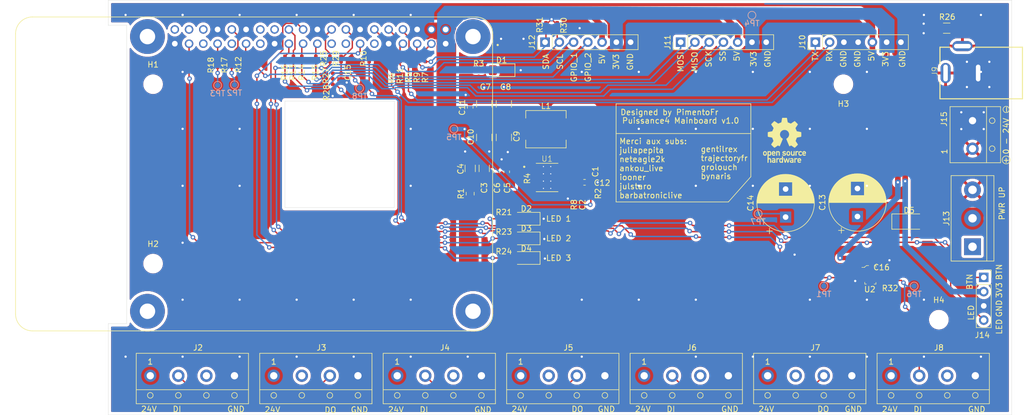
<source format=kicad_pcb>
(kicad_pcb (version 20171130) (host pcbnew "(5.1.6)-1")
  (layers (0 F.Cu signal) (31 B.Cu signal) (34 B.Paste user) (35 F.Paste user) (36 B.SilkS user) (37 F.SilkS user) (38 B.Mask user) (39 F.Mask user) (44 Edge.Cuts user))
  (net 0 "")
  (net 1 "Net-(C1-Pad2)")
  (net 2 "Net-(C1-Pad1)")
  (net 3 "Net-(C2-Pad2)")
  (net 4 +5V)
  (net 5 GND)
  (net 6 "Net-(C3-Pad1)")
  (net 7 "Net-(C12-Pad1)")
  (net 8 +24V)
  (net 9 /POWER_DOWN_BUTTON)
  (net 10 "Net-(D1-Pad2)")
  (net 11 "Net-(D2-Pad2)")
  (net 12 "Net-(D3-Pad2)")
  (net 13 "Net-(D4-Pad2)")
  (net 14 "Net-(D5-Pad2)")
  (net 15 /LED_2)
  (net 16 "Net-(J1-Pad33)")
  (net 17 "Net-(J1-Pad32)")
  (net 18 "Net-(J1-Pad29)")
  (net 19 "Net-(J1-Pad24)")
  (net 20 "Net-(J1-Pad23)")
  (net 21 /LED_1)
  (net 22 "Net-(J1-Pad21)")
  (net 23 "Net-(J1-Pad19)")
  (net 24 "Net-(J1-Pad18)")
  (net 25 +3V3)
  (net 26 "Net-(J1-Pad16)")
  (net 27 /LED_3)
  (net 28 "Net-(J1-Pad12)")
  (net 29 "Net-(J1-Pad10)")
  (net 30 "Net-(J1-Pad8)")
  (net 31 "Net-(J1-Pad7)")
  (net 32 "Net-(J1-Pad5)")
  (net 33 "Net-(J1-Pad3)")
  (net 34 /DI_5V)
  (net 35 /POWER_IN)
  (net 36 "Net-(J9-Pad3)")
  (net 37 /UART_RX)
  (net 38 /UART_TX)
  (net 39 /SPI_SS)
  (net 40 /SPI_SCK)
  (net 41 /SPI_MISO)
  (net 42 /SPI_MOSI)
  (net 43 /GPIO_OUT_2)
  (net 44 /GPIO_OUT_1)
  (net 45 /I2C_SCL)
  (net 46 /I2C_SDA)
  (net 47 /LED_PI_POWER)
  (net 48 "Net-(J14-Pad1)")
  (net 49 /DI_3V3)
  (net 50 "Net-(R4-Pad2)")
  (net 51 "Net-(R17-Pad2)")
  (net 52 "Net-(R18-Pad2)")
  (net 53 /DIO_6_7)
  (net 54 /DIO_4_5)
  (net 55 /DIO_2_3)
  (net 56 "Net-(R32-Pad2)")
  (module Symbol:OSHW-Logo_7.5x8mm_SilkScreen (layer F.Cu) (at 155.5 63)
    (fp_text reference REF** hide)
    (fp_text value OSHW-Logo_7.5x8mm_SilkScreen hide)
  )
  (module TestPoint:TestPoint_Pad_D1.0mm (layer B.Cu) (at 79.8 53.7)
    (fp_text reference TP8 (at 0 1.448) (layer B.SilkS) (effects (justify mirror)))
    (fp_text value TestPoint)
    (pad 1 smd circle (at 0 0) (size 1 1) (layers B.Cu B.Mask) (net 9 /POWER_DOWN_BUTTON))
  )
  (module TestPoint:TestPoint_Pad_D1.0mm (layer B.Cu) (at 150.8 76.1)
    (fp_text reference TP7 (at 0 1.448) (layer B.SilkS) (effects (justify mirror)))
    (fp_text value TestPoint)
    (pad 1 smd circle (at 0 0) (size 1 1) (layers B.Cu B.Mask) (net 8 +24V))
  )
  (module TestPoint:TestPoint_Pad_D1.0mm (layer B.Cu) (at 178.6 89)
    (fp_text reference TP6 (at 0 1.448) (layer B.SilkS) (effects (justify mirror)))
    (fp_text value TestPoint)
    (pad 1 smd circle (at 0 0) (size 1 1) (layers B.Cu B.Mask) (net 34 /DI_5V))
  )
  (module TestPoint:TestPoint_Pad_D1.0mm (layer B.Cu) (at 96.6 61)
    (fp_text reference TP5 (at 0 1.448) (layer B.SilkS) (effects (justify mirror)))
    (fp_text value TestPoint)
    (pad 1 smd circle (at 0 0) (size 1 1) (layers B.Cu B.Mask) (net 4 +5V))
  )
  (module TestPoint:TestPoint_Pad_D1.0mm (layer B.Cu) (at 149.7 40.7)
    (fp_text reference TP4 (at 0 1.448) (layer B.SilkS) (effects (justify mirror)))
    (fp_text value TestPoint)
    (pad 1 smd circle (at 0 0) (size 1 1) (layers B.Cu B.Mask) (net 25 +3V3))
  )
  (module digikey-footprints:SOT-753 (layer F.Cu) (at 170.8 87 270)
    (fp_text reference U2 (at 2.6 0.1 180) (layer F.SilkS))
    (fp_text value 74LV1T34GV)
    (pad 1 smd rect (at -0.95 1.35 270) (size 0.6 1.05) (layers F.Cu F.Paste F.Mask))
    (pad 2 smd rect (at 0 1.35 270) (size 0.6 1.05) (layers F.Cu F.Paste F.Mask) (net 49 /DI_3V3))
    (pad 3 smd rect (at 0.95 1.35 270) (size 0.6 1.05) (layers F.Cu F.Paste F.Mask) (net 5 GND))
    (pad 4 smd rect (at 0.95 -1.35 270) (size 0.6 1.05) (layers F.Cu F.Paste F.Mask) (net 56 "Net-(R32-Pad2)"))
    (pad 5 smd rect (at -0.95 -1.35 270) (size 0.6 1.05) (layers F.Cu F.Paste F.Mask) (net 4 +5V))
  )
  (module Capacitor_SMD:C_0402_1005Metric (layer F.Cu) (at 172.785 84.5 180)
    (fp_text reference C16 (at 0 -1.17) (layer F.SilkS))
    (fp_text value "100nF 50V")
    (pad 2 smd roundrect (at 0.485 0 180) (size 0.59 0.64) (layers F.Cu F.Paste F.Mask) (net 4 +5V))
    (pad 1 smd roundrect (at -0.485 0 180) (size 0.59 0.64) (layers F.Cu F.Paste F.Mask) (net 5 GND))
  )
  (module MountingHole:MountingHole_2.5mm (layer F.Cu) (at 183 95)
    (fp_text reference H4 (at 0 -3.5) (layer F.SilkS))
    (fp_text value MountingHole)
    (pad 1 np_thru_hole circle (at 0 0) (size 2.5 2.5) (drill 2.5) (layers *.Cu *.Mask))
  )
  (module MountingHole:MountingHole_2.5mm (layer F.Cu) (at 166 53)
    (fp_text reference H3 (at 0 3.5) (layer F.SilkS))
    (fp_text value MountingHole)
    (pad 1 np_thru_hole circle (at 0 0) (size 2.5 2.5) (drill 2.5) (layers *.Cu *.Mask))
  )
  (module MountingHole:MountingHole_2.5mm (layer F.Cu) (at 43 85)
    (fp_text reference H2 (at 0 -3.5) (layer F.SilkS))
    (fp_text value MountingHole)
    (pad 1 np_thru_hole circle (at 0 0) (size 2.5 2.5) (drill 2.5) (layers *.Cu *.Mask))
  )
  (module MountingHole:MountingHole_2.5mm (layer F.Cu) (at 43 53)
    (fp_text reference H1 (at 0 -3.5) (layer F.SilkS))
    (fp_text value MountingHole)
    (pad 1 np_thru_hole circle (at 0 0) (size 2.5 2.5) (drill 2.5) (layers *.Cu *.Mask))
  )
  (module intercom:PT1,5-4-5.0-H (layer F.Cu) (at 50 105)
    (fp_text reference J2 (at 1 -5) (layer F.SilkS))
    (fp_text value PT1,5_4-5.0-H)
    (fp_text user 1 (at -7.5 -2.5) (layer F.SilkS))
    (pad 1 thru_hole circle (at -7.5 0) (size 2.2 2.2) (drill 1.3) (layers *.Cu *.Mask) (net 8 +24V))
    (pad 2 thru_hole circle (at -2.5 0) (size 2.2 2.2) (drill 1.3) (layers *.Cu *.Mask) (net 53 /DIO_6_7))
    (pad 3 thru_hole circle (at 2.5 0) (size 2.2 2.2) (drill 1.3) (layers *.Cu *.Mask))
    (pad 4 thru_hole circle (at 7.5 0) (size 2.2 2.2) (drill 1.3) (layers *.Cu *.Mask) (net 5 GND))
  )
  (module Resistor_SMD:R_0402_1005Metric (layer F.Cu) (at 174.315 88 180)
    (fp_text reference R32 (at 0 -1.4) (layer F.SilkS))
    (fp_text value 470R)
    (pad 2 smd roundrect (at 0.485 0 180) (size 0.59 0.64) (layers F.Cu F.Paste F.Mask) (net 56 "Net-(R32-Pad2)"))
    (pad 1 smd roundrect (at -0.485 0 180) (size 0.59 0.64) (layers F.Cu F.Paste F.Mask) (net 34 /DI_5V))
  )
  (module puissance4_mainboard:MODULE_RASPBERRY_PI_3_MODEL_B+_REVERSE (layer F.Cu) (at 61 69 180)
    (fp_text reference J1)
    (fp_text value Raspberry_Pi_2_3)
    (pad S4 thru_hole circle (at -39 -24.5 180) (size 6.2 6.2) (drill 2.75) (layers *.Cu *.Mask))
    (pad S3 thru_hole circle (at 19 -24.5 180) (size 6.2 6.2) (drill 2.75) (layers *.Cu *.Mask))
    (pad S2 thru_hole circle (at 19 24.5 180) (size 6.2 6.2) (drill 2.75) (layers *.Cu *.Mask))
    (pad S1 thru_hole circle (at -39 24.5 180) (size 6.2 6.2) (drill 2.75) (layers *.Cu *.Mask))
    (pad 1 thru_hole rect (at -34.13 23.23 180) (size 1.524 1.524) (drill 1.016) (layers *.Cu *.Mask) (net 25 +3V3))
    (pad 3 thru_hole circle (at -31.59 23.23 180) (size 1.524 1.524) (drill 1.016) (layers *.Cu *.Mask) (net 33 "Net-(J1-Pad3)"))
    (pad 5 thru_hole circle (at -29.05 23.23 180) (size 1.524 1.524) (drill 1.016) (layers *.Cu *.Mask) (net 32 "Net-(J1-Pad5)"))
    (pad 7 thru_hole circle (at -26.51 23.23 180) (size 1.524 1.524) (drill 1.016) (layers *.Cu *.Mask) (net 31 "Net-(J1-Pad7)"))
    (pad 9 thru_hole circle (at -23.97 23.23 180) (size 1.524 1.524) (drill 1.016) (layers *.Cu *.Mask) (net 5 GND))
    (pad 11 thru_hole circle (at -21.43 23.23 180) (size 1.524 1.524) (drill 1.016) (layers *.Cu *.Mask))
    (pad 2 thru_hole circle (at -34.13 25.77 180) (size 1.524 1.524) (drill 1.016) (layers *.Cu *.Mask) (net 4 +5V))
    (pad 4 thru_hole circle (at -31.59 25.77 180) (size 1.524 1.524) (drill 1.016) (layers *.Cu *.Mask) (net 4 +5V))
    (pad 6 thru_hole circle (at -29.05 25.77 180) (size 1.524 1.524) (drill 1.016) (layers *.Cu *.Mask) (net 5 GND))
    (pad 8 thru_hole circle (at -26.51 25.77 180) (size 1.524 1.524) (drill 1.016) (layers *.Cu *.Mask) (net 30 "Net-(J1-Pad8)"))
    (pad 10 thru_hole circle (at -23.97 25.77 180) (size 1.524 1.524) (drill 1.016) (layers *.Cu *.Mask) (net 29 "Net-(J1-Pad10)"))
    (pad 12 thru_hole circle (at -21.43 25.77 180) (size 1.524 1.524) (drill 1.016) (layers *.Cu *.Mask) (net 28 "Net-(J1-Pad12)"))
    (pad 13 thru_hole circle (at -18.89 23.23 180) (size 1.524 1.524) (drill 1.016) (layers *.Cu *.Mask) (net 27 /LED_3))
    (pad 14 thru_hole circle (at -18.89 25.77 180) (size 1.524 1.524) (drill 1.016) (layers *.Cu *.Mask) (net 5 GND))
    (pad 15 thru_hole circle (at -16.35 23.23 180) (size 1.524 1.524) (drill 1.016) (layers *.Cu *.Mask))
    (pad 17 thru_hole circle (at -13.81 23.23 180) (size 1.524 1.524) (drill 1.016) (layers *.Cu *.Mask))
    (pad 19 thru_hole circle (at -11.27 23.23 180) (size 1.524 1.524) (drill 1.016) (layers *.Cu *.Mask) (net 23 "Net-(J1-Pad19)"))
    (pad 21 thru_hole circle (at -8.73 23.23 180) (size 1.524 1.524) (drill 1.016) (layers *.Cu *.Mask) (net 22 "Net-(J1-Pad21)"))
    (pad 23 thru_hole circle (at -6.19 23.23 180) (size 1.524 1.524) (drill 1.016) (layers *.Cu *.Mask) (net 20 "Net-(J1-Pad23)"))
    (pad 25 thru_hole circle (at -3.65 23.23 180) (size 1.524 1.524) (drill 1.016) (layers *.Cu *.Mask) (net 5 GND))
    (pad 16 thru_hole circle (at -16.35 25.77 180) (size 1.524 1.524) (drill 1.016) (layers *.Cu *.Mask) (net 26 "Net-(J1-Pad16)"))
    (pad 18 thru_hole circle (at -13.81 25.77 180) (size 1.524 1.524) (drill 1.016) (layers *.Cu *.Mask) (net 24 "Net-(J1-Pad18)"))
    (pad 20 thru_hole circle (at -11.27 25.77 180) (size 1.524 1.524) (drill 1.016) (layers *.Cu *.Mask) (net 5 GND))
    (pad 22 thru_hole circle (at -8.73 25.77 180) (size 1.524 1.524) (drill 1.016) (layers *.Cu *.Mask) (net 21 /LED_1))
    (pad 24 thru_hole circle (at -6.19 25.77 180) (size 1.524 1.524) (drill 1.016) (layers *.Cu *.Mask) (net 19 "Net-(J1-Pad24)"))
    (pad 26 thru_hole circle (at -3.65 25.77 180) (size 1.524 1.524) (drill 1.016) (layers *.Cu *.Mask))
    (pad 27 thru_hole circle (at -1.11 23.23 180) (size 1.524 1.524) (drill 1.016) (layers *.Cu *.Mask))
    (pad 28 thru_hole circle (at -1.11 25.77 180) (size 1.524 1.524) (drill 1.016) (layers *.Cu *.Mask))
    (pad 29 thru_hole circle (at 1.43 23.23 180) (size 1.524 1.524) (drill 1.016) (layers *.Cu *.Mask) (net 18 "Net-(J1-Pad29)"))
    (pad 31 thru_hole circle (at 3.97 23.23 180) (size 1.524 1.524) (drill 1.016) (layers *.Cu *.Mask))
    (pad 33 thru_hole circle (at 6.51 23.23 180) (size 1.524 1.524) (drill 1.016) (layers *.Cu *.Mask) (net 16 "Net-(J1-Pad33)"))
    (pad 35 thru_hole circle (at 9.05 23.23 180) (size 1.524 1.524) (drill 1.016) (layers *.Cu *.Mask))
    (pad 37 thru_hole circle (at 11.59 23.23 180) (size 1.524 1.524) (drill 1.016) (layers *.Cu *.Mask) (net 15 /LED_2))
    (pad 39 thru_hole circle (at 14.13 23.23 180) (size 1.524 1.524) (drill 1.016) (layers *.Cu *.Mask) (net 5 GND))
    (pad 30 thru_hole circle (at 1.43 25.77 180) (size 1.524 1.524) (drill 1.016) (layers *.Cu *.Mask) (net 5 GND))
    (pad 32 thru_hole circle (at 3.97 25.77 180) (size 1.524 1.524) (drill 1.016) (layers *.Cu *.Mask) (net 17 "Net-(J1-Pad32)"))
    (pad 34 thru_hole circle (at 6.51 25.77 180) (size 1.524 1.524) (drill 1.016) (layers *.Cu *.Mask) (net 5 GND))
    (pad 36 thru_hole circle (at 9.05 25.77 180) (size 1.524 1.524) (drill 1.016) (layers *.Cu *.Mask))
    (pad 38 thru_hole circle (at 11.59 25.77 180) (size 1.524 1.524) (drill 1.016) (layers *.Cu *.Mask))
    (pad 40 thru_hole circle (at 14.13 25.77 180) (size 1.524 1.524) (drill 1.016) (layers *.Cu *.Mask))
  )
  (module Resistor_SMD:R_0402_1005Metric (layer F.Cu) (at 113 42.5 270)
    (fp_text reference R31 (at -0.1 1.1 90) (layer F.SilkS))
    (fp_text value "2K2 NC")
    (pad 2 smd roundrect (at 0.485 0 270) (size 0.59 0.64) (layers F.Cu F.Paste F.Mask) (net 46 /I2C_SDA))
    (pad 1 smd roundrect (at -0.485 0 270) (size 0.59 0.64) (layers F.Cu F.Paste F.Mask) (net 25 +3V3))
  )
  (module Resistor_SMD:R_0402_1005Metric (layer F.Cu) (at 115 42.5 270)
    (fp_text reference R30 (at 0 -1.17 90) (layer F.SilkS))
    (fp_text value "2K2 NC")
    (pad 2 smd roundrect (at 0.485 0 270) (size 0.59 0.64) (layers F.Cu F.Paste F.Mask) (net 45 /I2C_SCL))
    (pad 1 smd roundrect (at -0.485 0 270) (size 0.59 0.64) (layers F.Cu F.Paste F.Mask) (net 25 +3V3))
  )
  (module intercom:PT1,5-2-5.0-H (layer F.Cu) (at 189 62 90)
    (fp_text reference J15 (at 2.794 -5.08 90) (layer F.SilkS))
    (fp_text value PT1,5_2-5.0-H)
    (fp_text user 1 (at -3 -5 90) (layer F.SilkS))
    (pad 1 thru_hole circle (at -2.5 0 90) (size 2.2 2.2) (drill 1.3) (layers *.Cu *.Mask) (net 35 /POWER_IN))
    (pad 2 thru_hole circle (at 2.5 0 90) (size 2.2 2.2) (drill 1.3) (layers *.Cu *.Mask) (net 5 GND))
  )
  (module intercom:PT1,5-4-5.0-H (layer F.Cu) (at 182 105)
    (fp_text reference J8 (at 1 -5) (layer F.SilkS))
    (fp_text value PT1,5_4-5.0-H)
    (fp_text user 1 (at -7.5 -2.5) (layer F.SilkS))
    (pad 1 thru_hole circle (at -7.5 0) (size 2.2 2.2) (drill 1.3) (layers *.Cu *.Mask) (net 8 +24V))
    (pad 2 thru_hole circle (at -2.5 0) (size 2.2 2.2) (drill 1.3) (layers *.Cu *.Mask) (net 34 /DI_5V))
    (pad 3 thru_hole circle (at 2.5 0) (size 2.2 2.2) (drill 1.3) (layers *.Cu *.Mask))
    (pad 4 thru_hole circle (at 7.5 0) (size 2.2 2.2) (drill 1.3) (layers *.Cu *.Mask) (net 5 GND))
  )
  (module intercom:PT1,5-4-5.0-H (layer F.Cu) (at 160 105)
    (fp_text reference J7 (at 1 -5) (layer F.SilkS))
    (fp_text value PT1,5_4-5.0-H)
    (fp_text user 1 (at -7.5 -2.5) (layer F.SilkS))
    (pad 1 thru_hole circle (at -7.5 0) (size 2.2 2.2) (drill 1.3) (layers *.Cu *.Mask) (net 8 +24V))
    (pad 2 thru_hole circle (at -2.5 0) (size 2.2 2.2) (drill 1.3) (layers *.Cu *.Mask))
    (pad 3 thru_hole circle (at 2.5 0) (size 2.2 2.2) (drill 1.3) (layers *.Cu *.Mask) (net 55 /DIO_2_3))
    (pad 4 thru_hole circle (at 7.5 0) (size 2.2 2.2) (drill 1.3) (layers *.Cu *.Mask) (net 5 GND))
  )
  (module intercom:PT1,5-4-5.0-H (layer F.Cu) (at 138 105)
    (fp_text reference J6 (at 1 -5) (layer F.SilkS))
    (fp_text value PT1,5_4-5.0-H)
    (fp_text user 1 (at -7.5 -2.5) (layer F.SilkS))
    (pad 1 thru_hole circle (at -7.5 0) (size 2.2 2.2) (drill 1.3) (layers *.Cu *.Mask) (net 8 +24V))
    (pad 2 thru_hole circle (at -2.5 0) (size 2.2 2.2) (drill 1.3) (layers *.Cu *.Mask) (net 55 /DIO_2_3))
    (pad 3 thru_hole circle (at 2.5 0) (size 2.2 2.2) (drill 1.3) (layers *.Cu *.Mask))
    (pad 4 thru_hole circle (at 7.5 0) (size 2.2 2.2) (drill 1.3) (layers *.Cu *.Mask) (net 5 GND))
  )
  (module intercom:PT1,5-4-5.0-H (layer F.Cu) (at 116 105)
    (fp_text reference J5 (at 1 -5) (layer F.SilkS))
    (fp_text value PT1,5_4-5.0-H)
    (fp_text user 1 (at -7.5 -2.5) (layer F.SilkS))
    (pad 1 thru_hole circle (at -7.5 0) (size 2.2 2.2) (drill 1.3) (layers *.Cu *.Mask) (net 8 +24V))
    (pad 2 thru_hole circle (at -2.5 0) (size 2.2 2.2) (drill 1.3) (layers *.Cu *.Mask))
    (pad 3 thru_hole circle (at 2.5 0) (size 2.2 2.2) (drill 1.3) (layers *.Cu *.Mask) (net 54 /DIO_4_5))
    (pad 4 thru_hole circle (at 7.5 0) (size 2.2 2.2) (drill 1.3) (layers *.Cu *.Mask) (net 5 GND))
  )
  (module intercom:PT1,5-4-5.0-H (layer F.Cu) (at 94 105)
    (fp_text reference J4 (at 1 -5) (layer F.SilkS))
    (fp_text value PT1,5_4-5.0-H)
    (fp_text user 1 (at -7.5 -2.5) (layer F.SilkS))
    (pad 1 thru_hole circle (at -7.5 0) (size 2.2 2.2) (drill 1.3) (layers *.Cu *.Mask) (net 8 +24V))
    (pad 2 thru_hole circle (at -2.5 0) (size 2.2 2.2) (drill 1.3) (layers *.Cu *.Mask) (net 54 /DIO_4_5))
    (pad 3 thru_hole circle (at 2.5 0) (size 2.2 2.2) (drill 1.3) (layers *.Cu *.Mask))
    (pad 4 thru_hole circle (at 7.5 0) (size 2.2 2.2) (drill 1.3) (layers *.Cu *.Mask) (net 5 GND))
  )
  (module intercom:PT1,5-4-5.0-H (layer F.Cu) (at 72 105)
    (fp_text reference J3 (at 1 -5) (layer F.SilkS))
    (fp_text value PT1,5_4-5.0-H)
    (fp_text user 1 (at -7.5 -2.5) (layer F.SilkS))
    (pad 1 thru_hole circle (at -7.5 0) (size 2.2 2.2) (drill 1.3) (layers *.Cu *.Mask) (net 8 +24V))
    (pad 2 thru_hole circle (at -2.5 0) (size 2.2 2.2) (drill 1.3) (layers *.Cu *.Mask))
    (pad 3 thru_hole circle (at 2.5 0) (size 2.2 2.2) (drill 1.3) (layers *.Cu *.Mask) (net 53 /DIO_6_7))
    (pad 4 thru_hole circle (at 7.5 0) (size 2.2 2.2) (drill 1.3) (layers *.Cu *.Mask) (net 5 GND))
  )
  (module puissance4_mainboard:8pin-HSOIC (layer F.Cu) (at 113.2 69.635)
    (fp_text reference U1 (at 0 -3.335) (layer F.SilkS) (effects (font (thickness 0.1))))
    (fp_text value LMR33620)
    (pad 1 smd rect (at -2.7 -1.905) (size 1.55 0.6) (layers F.Cu F.Paste) (net 5 GND))
    (pad 2 smd rect (at -2.7 -0.635) (size 1.55 0.6) (layers F.Cu F.Paste) (net 6 "Net-(C3-Pad1)"))
    (pad 3 smd rect (at -2.7 0.635) (size 1.55 0.6) (layers F.Cu F.Paste) (net 50 "Net-(R4-Pad2)"))
    (pad 4 smd rect (at -2.7 1.905) (size 1.55 0.6) (layers F.Cu F.Paste))
    (pad 5 smd rect (at 2.7 1.905) (size 1.55 0.6) (layers F.Cu F.Paste) (net 3 "Net-(C2-Pad2)"))
    (pad 6 smd rect (at 2.7 0.635) (size 1.55 0.6) (layers F.Cu F.Paste) (net 7 "Net-(C12-Pad1)"))
    (pad 7 smd rect (at 2.7 -0.635) (size 1.55 0.6) (layers F.Cu F.Paste) (net 2 "Net-(C1-Pad1)"))
    (pad 8 smd rect (at 2.7 -1.905) (size 1.55 0.6) (layers F.Cu F.Paste) (net 1 "Net-(C1-Pad2)"))
    (pad 9 smd rect (at 0 0) (size 2.95 4.9) (layers F.Cu) (net 5 GND))
    (pad 10 thru_hole circle (at -0.65 -1.95) (size 0.3 0.3) (drill 0.2) (layers *.Cu *.Mask) (net 5 GND))
    (pad 11 thru_hole circle (at 0.65 -1.95) (size 0.3 0.3) (drill 0.2) (layers *.Cu *.Mask) (net 5 GND))
    (pad 12 thru_hole circle (at -0.65 -0.65) (size 0.3 0.3) (drill 0.2) (layers *.Cu *.Mask) (net 5 GND))
    (pad 13 thru_hole circle (at 0.65 -0.65) (size 0.3 0.3) (drill 0.2) (layers *.Cu *.Mask) (net 5 GND))
    (pad 14 thru_hole circle (at -0.65 0.65) (size 0.3 0.3) (drill 0.2) (layers *.Cu *.Mask) (net 5 GND))
    (pad 15 thru_hole circle (at 0.65 0.65) (size 0.3 0.3) (drill 0.2) (layers *.Cu *.Mask) (net 5 GND))
    (pad 16 thru_hole circle (at -0.65 1.95) (size 0.3 0.3) (drill 0.2) (layers *.Cu *.Mask) (net 5 GND))
    (pad 17 thru_hole circle (at 0.65 1.95) (size 0.3 0.3) (drill 0.2) (layers *.Cu *.Mask) (net 5 GND))
  )
  (module TestPoint:TestPoint_Pad_D1.0mm (layer B.Cu) (at 54.5 53.2)
    (fp_text reference TP3 (at 0 1.448) (layer B.SilkS) (effects (justify mirror)))
    (fp_text value TestPoint)
    (pad 1 smd circle (at 0 0) (size 1 1) (layers B.Cu B.Mask) (net 52 "Net-(R18-Pad2)"))
  )
  (module TestPoint:TestPoint_Pad_D1.0mm (layer B.Cu) (at 57.5 53.1)
    (fp_text reference TP2 (at 0 1.448) (layer B.SilkS) (effects (justify mirror)))
    (fp_text value TestPoint)
    (pad 1 smd circle (at 0 0) (size 1 1) (layers B.Cu B.Mask) (net 51 "Net-(R17-Pad2)"))
  )
  (module TestPoint:TestPoint_Pad_D1.0mm (layer B.Cu) (at 162.5 89)
    (fp_text reference TP1 (at 0 1.448) (layer B.SilkS) (effects (justify mirror)))
    (fp_text value TestPoint)
    (pad 1 smd circle (at 0 0) (size 1 1) (layers B.Cu B.Mask) (net 49 /DI_3V3))
  )
  (module Resistor_SMD:R_0402_1005Metric (layer F.Cu) (at 76.5 48.5 270)
    (fp_text reference R29 (at -0.1 0.9 90) (layer F.SilkS))
    (fp_text value 0R)
    (pad 2 smd roundrect (at 0.485 0 270) (size 0.59 0.64) (layers F.Cu F.Paste F.Mask) (net 9 /POWER_DOWN_BUTTON))
    (pad 1 smd roundrect (at -0.485 0 270) (size 0.59 0.64) (layers F.Cu F.Paste F.Mask) (net 26 "Net-(J1-Pad16)"))
  )
  (module Resistor_SMD:R_0402_1005Metric (layer F.Cu) (at 75 53.515 90)
    (fp_text reference R28 (at -0.985 -1.1 90) (layer F.SilkS))
    (fp_text value 100K)
    (pad 2 smd roundrect (at 0.485 0 90) (size 0.59 0.64) (layers F.Cu F.Paste F.Mask) (net 48 "Net-(J14-Pad1)"))
    (pad 1 smd roundrect (at -0.485 0 90) (size 0.59 0.64) (layers F.Cu F.Paste F.Mask) (net 5 GND))
  )
  (module Resistor_SMD:R_0402_1005Metric (layer F.Cu) (at 75 51.515 270)
    (fp_text reference R27 (at -0.015 1.2 90) (layer F.SilkS))
    (fp_text value 10K)
    (pad 2 smd roundrect (at 0.485 0 270) (size 0.59 0.64) (layers F.Cu F.Paste F.Mask) (net 48 "Net-(J14-Pad1)"))
    (pad 1 smd roundrect (at -0.485 0 270) (size 0.59 0.64) (layers F.Cu F.Paste F.Mask) (net 9 /POWER_DOWN_BUTTON))
  )
  (module Resistor_SMD:R_1206_3216Metric (layer F.Cu) (at 184.4 43 180)
    (fp_text reference R26 (at -0.1 2) (layer F.SilkS))
    (fp_text value 0R)
    (pad 2 smd roundrect (at 1.4 0 180) (size 1.25 1.75) (layers F.Cu F.Paste F.Mask) (roundrect_rratio 0.2) (net 5 GND))
    (pad 1 smd roundrect (at -1.4 0 180) (size 1.25 1.75) (layers F.Cu F.Paste F.Mask) (roundrect_rratio 0.2) (net 36 "Net-(J9-Pad3)"))
  )
  (module Resistor_SMD:R_0402_1005Metric (layer F.Cu) (at 74.5 48.5 90)
    (fp_text reference R25 (at 0.1 -1.1 90) (layer F.SilkS))
    (fp_text value 220R)
    (pad 2 smd roundrect (at 0.485 0 90) (size 0.59 0.64) (layers F.Cu F.Paste F.Mask) (net 24 "Net-(J1-Pad18)"))
    (pad 1 smd roundrect (at -0.485 0 90) (size 0.59 0.64) (layers F.Cu F.Paste F.Mask) (net 47 /LED_PI_POWER))
  )
  (module Resistor_SMD:R_0402_1005Metric (layer F.Cu) (at 105.5 84)
    (fp_text reference R24 (at 0 -1.17) (layer F.SilkS))
    (fp_text value 470R)
    (pad 2 smd roundrect (at 0.485 0) (size 0.59 0.64) (layers F.Cu F.Paste F.Mask) (net 13 "Net-(D4-Pad2)"))
    (pad 1 smd roundrect (at -0.485 0) (size 0.59 0.64) (layers F.Cu F.Paste F.Mask) (net 27 /LED_3))
  )
  (module Resistor_SMD:R_0402_1005Metric (layer F.Cu) (at 105.5 80.5)
    (fp_text reference R23 (at 0 -1.17) (layer F.SilkS))
    (fp_text value 470R)
    (pad 2 smd roundrect (at 0.485 0) (size 0.59 0.64) (layers F.Cu F.Paste F.Mask) (net 12 "Net-(D3-Pad2)"))
    (pad 1 smd roundrect (at -0.485 0) (size 0.59 0.64) (layers F.Cu F.Paste F.Mask) (net 15 /LED_2))
  )
  (module Resistor_SMD:R_0402_1005Metric (layer F.Cu) (at 105.5 77)
    (fp_text reference R21 (at 0 -1.17) (layer F.SilkS))
    (fp_text value 470R)
    (pad 2 smd roundrect (at 0.485 0) (size 0.59 0.64) (layers F.Cu F.Paste F.Mask) (net 11 "Net-(D2-Pad2)"))
    (pad 1 smd roundrect (at -0.485 0) (size 0.59 0.64) (layers F.Cu F.Paste F.Mask) (net 21 /LED_1))
  )
  (module Resistor_SMD:R_0402_1005Metric (layer F.Cu) (at 54.5 49.5 270)
    (fp_text reference R18 (at 0.1 1.2 90) (layer F.SilkS))
    (fp_text value 0R)
    (pad 2 smd roundrect (at 0.485 0 270) (size 0.59 0.64) (layers F.Cu F.Paste F.Mask) (net 52 "Net-(R18-Pad2)"))
    (pad 1 smd roundrect (at -0.485 0 270) (size 0.59 0.64) (layers F.Cu F.Paste F.Mask) (net 16 "Net-(J1-Pad33)"))
  )
  (module Resistor_SMD:R_0402_1005Metric (layer F.Cu) (at 57 49.485 270)
    (fp_text reference R17 (at 0.115 1.3 90) (layer F.SilkS))
    (fp_text value 0R)
    (pad 2 smd roundrect (at 0.485 0 270) (size 0.59 0.64) (layers F.Cu F.Paste F.Mask) (net 51 "Net-(R17-Pad2)"))
    (pad 1 smd roundrect (at -0.485 0 270) (size 0.59 0.64) (layers F.Cu F.Paste F.Mask) (net 17 "Net-(J1-Pad32)"))
  )
  (module Resistor_SMD:R_0402_1005Metric (layer F.Cu) (at 66.5 48.5 90)
    (fp_text reference R16 (at -2.4 -0.1 90) (layer F.SilkS))
    (fp_text value 0R)
    (pad 2 smd roundrect (at 0.485 0 90) (size 0.59 0.64) (layers F.Cu F.Paste F.Mask) (net 20 "Net-(J1-Pad23)"))
    (pad 1 smd roundrect (at -0.485 0 90) (size 0.59 0.64) (layers F.Cu F.Paste F.Mask) (net 40 /SPI_SCK))
  )
  (module Resistor_SMD:R_0402_1005Metric (layer F.Cu) (at 72 48.5 90)
    (fp_text reference R15 (at -2.4 -0.1 90) (layer F.SilkS))
    (fp_text value 0R)
    (pad 2 smd roundrect (at 0.485 0 90) (size 0.59 0.64) (layers F.Cu F.Paste F.Mask) (net 23 "Net-(J1-Pad19)"))
    (pad 1 smd roundrect (at -0.485 0 90) (size 0.59 0.64) (layers F.Cu F.Paste F.Mask) (net 42 /SPI_MOSI))
  )
  (module Resistor_SMD:R_0402_1005Metric (layer F.Cu) (at 69.5 48.5 90)
    (fp_text reference R14 (at -2.4 0 90) (layer F.SilkS))
    (fp_text value 0R)
    (pad 2 smd roundrect (at 0.485 0 90) (size 0.59 0.64) (layers F.Cu F.Paste F.Mask) (net 22 "Net-(J1-Pad21)"))
    (pad 1 smd roundrect (at -0.485 0 90) (size 0.59 0.64) (layers F.Cu F.Paste F.Mask) (net 41 /SPI_MISO))
  )
  (module Resistor_SMD:R_0402_1005Metric (layer F.Cu) (at 68 48.5 90)
    (fp_text reference R13 (at -2.4 -0.1 90) (layer F.SilkS))
    (fp_text value 0R)
    (pad 2 smd roundrect (at 0.485 0 90) (size 0.59 0.64) (layers F.Cu F.Paste F.Mask) (net 19 "Net-(J1-Pad24)"))
    (pad 1 smd roundrect (at -0.485 0 90) (size 0.59 0.64) (layers F.Cu F.Paste F.Mask) (net 39 /SPI_SS))
  )
  (module Resistor_SMD:R_0402_1005Metric (layer F.Cu) (at 59.5 49.5 90)
    (fp_text reference R12 (at 0 -1.3 90) (layer F.SilkS))
    (fp_text value 0R)
    (pad 2 smd roundrect (at 0.485 0 90) (size 0.59 0.64) (layers F.Cu F.Paste F.Mask) (net 18 "Net-(J1-Pad29)"))
    (pad 1 smd roundrect (at -0.485 0 90) (size 0.59 0.64) (layers F.Cu F.Paste F.Mask) (net 43 /GPIO_OUT_2))
  )
  (module Resistor_SMD:R_0402_1005Metric (layer F.Cu) (at 87 48.485 90)
    (fp_text reference R11 (at -3.015 0 90) (layer F.SilkS))
    (fp_text value 0R)
    (pad 2 smd roundrect (at 0.485 0 90) (size 0.59 0.64) (layers F.Cu F.Paste F.Mask) (net 31 "Net-(J1-Pad7)"))
    (pad 1 smd roundrect (at -0.485 0 90) (size 0.59 0.64) (layers F.Cu F.Paste F.Mask) (net 44 /GPIO_OUT_1))
  )
  (module Resistor_SMD:R_0402_1005Metric (layer F.Cu) (at 81.5 48.5 270)
    (fp_text reference R10 (at -0.1 1 90) (layer F.SilkS))
    (fp_text value 0R)
    (pad 2 smd roundrect (at 0.485 0 270) (size 0.59 0.64) (layers F.Cu F.Paste F.Mask) (net 49 /DI_3V3))
    (pad 1 smd roundrect (at -0.485 0 270) (size 0.59 0.64) (layers F.Cu F.Paste F.Mask) (net 28 "Net-(J1-Pad12)"))
  )
  (module Resistor_SMD:R_0402_1005Metric (layer F.Cu) (at 90 48.5 90)
    (fp_text reference R9 (at -3.3 0 90) (layer F.SilkS))
    (fp_text value 0R)
    (pad 2 smd roundrect (at 0.485 0 90) (size 0.59 0.64) (layers F.Cu F.Paste F.Mask) (net 32 "Net-(J1-Pad5)"))
    (pad 1 smd roundrect (at -0.485 0 90) (size 0.59 0.64) (layers F.Cu F.Paste F.Mask) (net 45 /I2C_SCL))
  )
  (module Resistor_SMD:R_0402_1005Metric (layer F.Cu) (at 118 72.485 270)
    (fp_text reference R8 (at 2.015 0 90) (layer F.SilkS))
    (fp_text value 24.9K)
    (pad 2 smd roundrect (at 0.485 0 270) (size 0.59 0.64) (layers F.Cu F.Paste F.Mask) (net 5 GND))
    (pad 1 smd roundrect (at -0.485 0 270) (size 0.59 0.64) (layers F.Cu F.Paste F.Mask) (net 3 "Net-(C2-Pad2)"))
  )
  (module Resistor_SMD:R_0402_1005Metric (layer F.Cu) (at 91.5 48.485 90)
    (fp_text reference R7 (at -3.315 0 90) (layer F.SilkS))
    (fp_text value 0R)
    (pad 2 smd roundrect (at 0.485 0 90) (size 0.59 0.64) (layers F.Cu F.Paste F.Mask) (net 33 "Net-(J1-Pad3)"))
    (pad 1 smd roundrect (at -0.485 0 90) (size 0.59 0.64) (layers F.Cu F.Paste F.Mask) (net 46 /I2C_SDA))
  )
  (module Resistor_SMD:R_0402_1005Metric (layer F.Cu) (at 85.5 48.485 90)
    (fp_text reference R6 (at -3.415 0 90) (layer F.SilkS))
    (fp_text value 0R)
    (pad 2 smd roundrect (at 0.485 0 90) (size 0.59 0.64) (layers F.Cu F.Paste F.Mask) (net 29 "Net-(J1-Pad10)"))
    (pad 1 smd roundrect (at -0.485 0 90) (size 0.59 0.64) (layers F.Cu F.Paste F.Mask) (net 37 /UART_RX))
  )
  (module Resistor_SMD:R_0402_1005Metric (layer F.Cu) (at 88.5 48.485 90)
    (fp_text reference R5 (at -3.315 0 90) (layer F.SilkS))
    (fp_text value 0R)
    (pad 2 smd roundrect (at 0.485 0 90) (size 0.59 0.64) (layers F.Cu F.Paste F.Mask) (net 30 "Net-(J1-Pad8)"))
    (pad 1 smd roundrect (at -0.485 0 90) (size 0.59 0.64) (layers F.Cu F.Paste F.Mask) (net 38 /UART_TX))
  )
  (module Resistor_SMD:R_0402_1005Metric (layer F.Cu) (at 108.5 69.815 270)
    (fp_text reference R4 (at 0 -1.17 90) (layer F.SilkS))
    (fp_text value 0R)
    (pad 2 smd roundrect (at 0.485 0 270) (size 0.59 0.64) (layers F.Cu F.Paste F.Mask) (net 50 "Net-(R4-Pad2)"))
    (pad 1 smd roundrect (at -0.485 0 270) (size 0.59 0.64) (layers F.Cu F.Paste F.Mask) (net 6 "Net-(C3-Pad1)"))
  )
  (module Resistor_SMD:R_0402_1005Metric (layer F.Cu) (at 101.015 50.5)
    (fp_text reference R3 (at 0 -1.17) (layer F.SilkS))
    (fp_text value 1K)
    (pad 2 smd roundrect (at 0.485 0) (size 0.59 0.64) (layers F.Cu F.Paste F.Mask) (net 10 "Net-(D1-Pad2)"))
    (pad 1 smd roundrect (at -0.485 0) (size 0.59 0.64) (layers F.Cu F.Paste F.Mask) (net 4 +5V))
  )
  (module Resistor_SMD:R_0402_1005Metric (layer F.Cu) (at 121 72.515 90)
    (fp_text reference R2 (at 0 1.3 90) (layer F.SilkS))
    (fp_text value 100K)
    (pad 2 smd roundrect (at 0.485 0 90) (size 0.59 0.64) (layers F.Cu F.Paste F.Mask) (net 3 "Net-(C2-Pad2)"))
    (pad 1 smd roundrect (at -0.485 0 90) (size 0.59 0.64) (layers F.Cu F.Paste F.Mask) (net 4 +5V))
  )
  (module Resistor_SMD:R_0805_2012Metric_Pad1.15x1.40mm_HandSolder (layer F.Cu) (at 99.5 72.525 90)
    (fp_text reference R1 (at 0 -1.65 90) (layer F.SilkS))
    (fp_text value 0R)
    (pad 2 smd roundrect (at 1.025 0 90) (size 1.15 1.4) (layers F.Cu F.Paste F.Mask) (roundrect_rratio 0.217391) (net 6 "Net-(C3-Pad1)"))
    (pad 1 smd roundrect (at -1.025 0 90) (size 1.15 1.4) (layers F.Cu F.Paste F.Mask) (roundrect_rratio 0.217391) (net 8 +24V))
  )
  (module puissance4_mainboard:SPM6530T (layer F.Cu) (at 113 61 180)
    (fp_text reference L1 (at 0 4.1) (layer F.SilkS))
    (fp_text value SPM6530T-4R7M)
    (pad 2 smd rect (at 2.875 0 180) (size 1.95 3.4) (layers F.Cu F.Paste F.Mask) (net 4 +5V))
    (pad 1 smd rect (at -2.875 0 180) (size 1.95 3.4) (layers F.Cu F.Paste F.Mask) (net 1 "Net-(C1-Pad2)"))
  )
  (module Connector_PinSocket_2.54mm:PinSocket_1x04_P2.54mm_Vertical (layer F.Cu) (at 191 87.46)
    (fp_text reference J14 (at -0.25 10.29) (layer F.SilkS))
    (fp_text value Conn_01x04_Male)
    (pad 4 thru_hole oval (at 0 7.62) (size 1.7 1.7) (drill 1) (layers *.Cu *.Mask) (net 47 /LED_PI_POWER))
    (pad 3 thru_hole oval (at 0 5.08) (size 1.7 1.7) (drill 1) (layers *.Cu *.Mask) (net 5 GND))
    (pad 2 thru_hole oval (at 0 2.54) (size 1.7 1.7) (drill 1) (layers *.Cu *.Mask) (net 25 +3V3))
    (pad 1 thru_hole rect (at 0 0) (size 1.7 1.7) (drill 1) (layers *.Cu *.Mask) (net 48 "Net-(J14-Pad1)"))
  )
  (module TerminalBlock:TerminalBlock_bornier-3_P5.08mm (layer F.Cu) (at 189 82 90)
    (fp_text reference J13 (at 5.05 -4.65 90) (layer F.SilkS))
    (fp_text value Conn_01x03_Female)
    (pad 3 thru_hole circle (at 10.16 0 90) (size 3 3) (drill 1.52) (layers *.Cu *.Mask) (net 35 /POWER_IN))
    (pad 2 thru_hole circle (at 5.08 0 90) (size 3 3) (drill 1.52) (layers *.Cu *.Mask) (net 14 "Net-(D5-Pad2)"))
    (pad 1 thru_hole rect (at 0 0 90) (size 3 3) (drill 1.52) (layers *.Cu *.Mask))
  )
  (module Connector_PinHeader_2.54mm:PinHeader_1x07_P2.54mm_Vertical (layer F.Cu) (at 112.84 45.5 90)
    (fp_text reference J12 (at 0 -2.33 90) (layer F.SilkS))
    (fp_text value Conn_01x07_Male)
    (pad 7 thru_hole oval (at 0 15.24 90) (size 1.7 1.7) (drill 1) (layers *.Cu *.Mask) (net 5 GND))
    (pad 6 thru_hole oval (at 0 12.7 90) (size 1.7 1.7) (drill 1) (layers *.Cu *.Mask) (net 25 +3V3))
    (pad 5 thru_hole oval (at 0 10.16 90) (size 1.7 1.7) (drill 1) (layers *.Cu *.Mask) (net 4 +5V))
    (pad 4 thru_hole oval (at 0 7.62 90) (size 1.7 1.7) (drill 1) (layers *.Cu *.Mask) (net 43 /GPIO_OUT_2))
    (pad 3 thru_hole oval (at 0 5.08 90) (size 1.7 1.7) (drill 1) (layers *.Cu *.Mask) (net 44 /GPIO_OUT_1))
    (pad 2 thru_hole oval (at 0 2.54 90) (size 1.7 1.7) (drill 1) (layers *.Cu *.Mask) (net 45 /I2C_SCL))
    (pad 1 thru_hole rect (at 0 0 90) (size 1.7 1.7) (drill 1) (layers *.Cu *.Mask) (net 46 /I2C_SDA))
  )
  (module Connector_PinHeader_2.54mm:PinHeader_1x07_P2.54mm_Vertical (layer F.Cu) (at 137 45.5 90)
    (fp_text reference J11 (at 0 -2.33 90) (layer F.SilkS))
    (fp_text value Conn_01x07_Male)
    (pad 7 thru_hole oval (at 0 15.24 90) (size 1.7 1.7) (drill 1) (layers *.Cu *.Mask) (net 5 GND))
    (pad 6 thru_hole oval (at 0 12.7 90) (size 1.7 1.7) (drill 1) (layers *.Cu *.Mask) (net 25 +3V3))
    (pad 5 thru_hole oval (at 0 10.16 90) (size 1.7 1.7) (drill 1) (layers *.Cu *.Mask) (net 4 +5V))
    (pad 4 thru_hole oval (at 0 7.62 90) (size 1.7 1.7) (drill 1) (layers *.Cu *.Mask) (net 39 /SPI_SS))
    (pad 3 thru_hole oval (at 0 5.08 90) (size 1.7 1.7) (drill 1) (layers *.Cu *.Mask) (net 40 /SPI_SCK))
    (pad 2 thru_hole oval (at 0 2.54 90) (size 1.7 1.7) (drill 1) (layers *.Cu *.Mask) (net 41 /SPI_MISO))
    (pad 1 thru_hole rect (at 0 0 90) (size 1.7 1.7) (drill 1) (layers *.Cu *.Mask) (net 42 /SPI_MOSI))
  )
  (module Connector_PinHeader_2.54mm:PinHeader_1x07_P2.54mm_Vertical (layer F.Cu) (at 161 45.5 90)
    (fp_text reference J10 (at 0 -2.33 90) (layer F.SilkS))
    (fp_text value Conn_01x07_Male)
    (pad 7 thru_hole oval (at 0 15.24 90) (size 1.7 1.7) (drill 1) (layers *.Cu *.Mask) (net 5 GND))
    (pad 6 thru_hole oval (at 0 12.7 90) (size 1.7 1.7) (drill 1) (layers *.Cu *.Mask) (net 25 +3V3))
    (pad 5 thru_hole oval (at 0 10.16 90) (size 1.7 1.7) (drill 1) (layers *.Cu *.Mask) (net 4 +5V))
    (pad 4 thru_hole oval (at 0 7.62 90) (size 1.7 1.7) (drill 1) (layers *.Cu *.Mask) (net 5 GND))
    (pad 3 thru_hole oval (at 0 5.08 90) (size 1.7 1.7) (drill 1) (layers *.Cu *.Mask) (net 5 GND))
    (pad 2 thru_hole oval (at 0 2.54 90) (size 1.7 1.7) (drill 1) (layers *.Cu *.Mask) (net 37 /UART_RX))
    (pad 1 thru_hole rect (at 0 0 90) (size 1.7 1.7) (drill 1) (layers *.Cu *.Mask) (net 38 /UART_TX))
  )
  (module puissance4_mainboard:694108301002 (layer F.Cu) (at 190 51 180)
    (fp_text reference J9 (at 7.7 0.3 90) (layer F.SilkS) (effects (font (thickness 0.1))))
    (fp_text value 694108301002)
    (pad 2 thru_hole oval (at 0 0 180) (size 1.8 3.6) (drill oval 0.8 3) (layers *.Cu *.Mask) (net 5 GND))
    (pad 1 thru_hole oval (at 5.8 0 180) (size 1.8 3.6) (drill oval 0.8 3) (layers *.Cu *.Mask) (net 35 /POWER_IN))
    (pad 3 thru_hole oval (at 2.8 4.8 180) (size 3.6 1.8) (drill oval 3 0.8) (layers *.Cu *.Mask) (net 36 "Net-(J9-Pad3)"))
  )
  (module Diode_SMD:D_SOD-128 (layer F.Cu) (at 177.7 77.5)
    (fp_text reference D5 (at 0 -2) (layer F.SilkS))
    (fp_text value PMEG3050EP,115)
    (pad 2 smd rect (at 2.2 0) (size 1.4 2.1) (layers F.Cu F.Paste F.Mask) (net 14 "Net-(D5-Pad2)"))
    (pad 1 smd rect (at -2.2 0) (size 1.4 2.1) (layers F.Cu F.Paste F.Mask) (net 8 +24V))
  )
  (module LED_SMD:LED_1206_3216Metric_Pad1.42x1.75mm_HandSolder (layer F.Cu) (at 109.5 84 180)
    (fp_text reference D4 (at 0 1.7) (layer F.SilkS))
    (fp_text value MCL-S250GC)
    (pad 2 smd roundrect (at 1.4875 0 180) (size 1.425 1.75) (layers F.Cu F.Paste F.Mask) (roundrect_rratio 0.175439) (net 13 "Net-(D4-Pad2)"))
    (pad 1 smd roundrect (at -1.4875 0 180) (size 1.425 1.75) (layers F.Cu F.Paste F.Mask) (roundrect_rratio 0.175439) (net 5 GND))
  )
  (module LED_SMD:LED_1206_3216Metric_Pad1.42x1.75mm_HandSolder (layer F.Cu) (at 109.5 80.5 180)
    (fp_text reference D3 (at 0 1.8) (layer F.SilkS))
    (fp_text value MCL-S250GC)
    (pad 2 smd roundrect (at 1.4875 0 180) (size 1.425 1.75) (layers F.Cu F.Paste F.Mask) (roundrect_rratio 0.175439) (net 12 "Net-(D3-Pad2)"))
    (pad 1 smd roundrect (at -1.4875 0 180) (size 1.425 1.75) (layers F.Cu F.Paste F.Mask) (roundrect_rratio 0.175439) (net 5 GND))
  )
  (module LED_SMD:LED_1206_3216Metric_Pad1.42x1.75mm_HandSolder (layer F.Cu) (at 109.5 77 180)
    (fp_text reference D2 (at 0 1.8) (layer F.SilkS))
    (fp_text value MCL-S250GC)
    (pad 2 smd roundrect (at 1.4875 0 180) (size 1.425 1.75) (layers F.Cu F.Paste F.Mask) (roundrect_rratio 0.175439) (net 11 "Net-(D2-Pad2)"))
    (pad 1 smd roundrect (at -1.4875 0 180) (size 1.425 1.75) (layers F.Cu F.Paste F.Mask) (roundrect_rratio 0.175439) (net 5 GND))
  )
  (module LED_SMD:LED_1206_3216Metric_Pad1.42x1.75mm_HandSolder (layer F.Cu) (at 105.0125 50.5 180)
    (fp_text reference D1 (at -0.0875 1.8) (layer F.SilkS))
    (fp_text value MCL-S250GC)
    (pad 2 smd roundrect (at 1.4875 0 180) (size 1.425 1.75) (layers F.Cu F.Paste F.Mask) (roundrect_rratio 0.175439) (net 10 "Net-(D1-Pad2)"))
    (pad 1 smd roundrect (at -1.4875 0 180) (size 1.425 1.75) (layers F.Cu F.Paste F.Mask) (roundrect_rratio 0.175439) (net 5 GND))
  )
  (module Capacitor_SMD:C_0402_1005Metric (layer F.Cu) (at 76.5 51.515 90)
    (fp_text reference C15 (at 0.615 1.2 90) (layer F.SilkS))
    (fp_text value "100nF 50V")
    (pad 2 smd roundrect (at 0.485 0 90) (size 0.59 0.64) (layers F.Cu F.Paste F.Mask) (net 9 /POWER_DOWN_BUTTON))
    (pad 1 smd roundrect (at -0.485 0 90) (size 0.59 0.64) (layers F.Cu F.Paste F.Mask) (net 5 GND))
  )
  (module Capacitor_THT:CP_Radial_D10.0mm_P5.00mm (layer F.Cu) (at 155.7 76.7 90)
    (fp_text reference C14 (at 2.5 -6.25 90) (layer F.SilkS))
    (fp_text value "470uF 35V")
    (pad 2 thru_hole circle (at 5 0 90) (size 2 2) (drill 1) (layers *.Cu *.Mask) (net 5 GND))
    (pad 1 thru_hole rect (at 0 0 90) (size 2 2) (drill 1) (layers *.Cu *.Mask) (net 8 +24V))
  )
  (module Capacitor_THT:CP_Radial_D10.0mm_P5.00mm (layer F.Cu) (at 168.5 76.6 90)
    (fp_text reference C13 (at 2.5 -6.25 90) (layer F.SilkS))
    (fp_text value "470uF 35V")
    (pad 2 thru_hole circle (at 5 0 90) (size 2 2) (drill 1) (layers *.Cu *.Mask) (net 5 GND))
    (pad 1 thru_hole rect (at 0 0 90) (size 2 2) (drill 1) (layers *.Cu *.Mask) (net 8 +24V))
  )
  (module Capacitor_SMD:C_0603_1608Metric_Pad1.05x0.95mm_HandSolder (layer F.Cu) (at 119.875 70.5)
    (fp_text reference C12 (at 3.125 0.1) (layer F.SilkS))
    (fp_text value "1uF 10V")
    (pad 2 smd roundrect (at 0.875 0) (size 1.05 0.95) (layers F.Cu F.Paste F.Mask) (net 5 GND))
    (pad 1 smd roundrect (at -0.875 0) (size 1.05 0.95) (layers F.Cu F.Paste F.Mask) (net 7 "Net-(C12-Pad1)"))
  )
  (module Capacitor_SMD:C_0603_1608Metric_Pad1.05x0.95mm_HandSolder (layer F.Cu) (at 99.5 57.125 90)
    (fp_text reference C11 (at 0 -1.43 90) (layer F.SilkS))
    (fp_text value "100nF 100V")
    (pad 2 smd roundrect (at 0.875 0 90) (size 1.05 0.95) (layers F.Cu F.Paste F.Mask) (net 5 GND))
    (pad 1 smd roundrect (at -0.875 0 90) (size 1.05 0.95) (layers F.Cu F.Paste F.Mask) (net 4 +5V))
  )
  (module Capacitor_SMD:C_1210_3225Metric_Pad1.42x2.65mm_HandSolder (layer F.Cu) (at 102 62.4875 270)
    (fp_text reference C10 (at -0.0875 2.4 90) (layer F.SilkS))
    (fp_text value "22uF 16V")
    (pad 2 smd roundrect (at 1.4875 0 270) (size 1.425 2.65) (layers F.Cu F.Paste F.Mask) (roundrect_rratio 0.175439) (net 5 GND))
    (pad 1 smd roundrect (at -1.4875 0 270) (size 1.425 2.65) (layers F.Cu F.Paste F.Mask) (roundrect_rratio 0.175439) (net 4 +5V))
  )
  (module Capacitor_SMD:C_1210_3225Metric_Pad1.42x2.65mm_HandSolder (layer F.Cu) (at 105.5 62.4875 270)
    (fp_text reference C9 (at -0.1875 -2.28 90) (layer F.SilkS))
    (fp_text value "22uF 16V")
    (pad 2 smd roundrect (at 1.4875 0 270) (size 1.425 2.65) (layers F.Cu F.Paste F.Mask) (roundrect_rratio 0.175439) (net 5 GND))
    (pad 1 smd roundrect (at -1.4875 0 270) (size 1.425 2.65) (layers F.Cu F.Paste F.Mask) (roundrect_rratio 0.175439) (net 4 +5V))
  )
  (module Capacitor_SMD:C_1210_3225Metric_Pad1.42x2.65mm_HandSolder (layer F.Cu) (at 105.5 56.5125 90)
    (fp_text reference C8 (at 3.0125 0.3 180) (layer F.SilkS))
    (fp_text value "22uF 16V")
    (pad 2 smd roundrect (at 1.4875 0 90) (size 1.425 2.65) (layers F.Cu F.Paste F.Mask) (roundrect_rratio 0.175439) (net 5 GND))
    (pad 1 smd roundrect (at -1.4875 0 90) (size 1.425 2.65) (layers F.Cu F.Paste F.Mask) (roundrect_rratio 0.175439) (net 4 +5V))
  )
  (module Capacitor_SMD:C_1210_3225Metric_Pad1.42x2.65mm_HandSolder (layer F.Cu) (at 102 56.5 90)
    (fp_text reference C7 (at 3 0.2 180) (layer F.SilkS))
    (fp_text value "22uF 16V")
    (pad 2 smd roundrect (at 1.4875 0 90) (size 1.425 2.65) (layers F.Cu F.Paste F.Mask) (roundrect_rratio 0.175439) (net 5 GND))
    (pad 1 smd roundrect (at -1.4875 0 90) (size 1.425 2.65) (layers F.Cu F.Paste F.Mask) (roundrect_rratio 0.175439) (net 4 +5V))
  )
  (module Capacitor_SMD:C_0603_1608Metric_Pad1.05x0.95mm_HandSolder (layer F.Cu) (at 104.2 68.625 90)
    (fp_text reference C6 (at -2.875 0.1 90) (layer F.SilkS))
    (fp_text value "100nF 100V")
    (pad 2 smd roundrect (at 0.875 0 90) (size 1.05 0.95) (layers F.Cu F.Paste F.Mask) (net 5 GND))
    (pad 1 smd roundrect (at -0.875 0 90) (size 1.05 0.95) (layers F.Cu F.Paste F.Mask) (net 6 "Net-(C3-Pad1)"))
  )
  (module Capacitor_SMD:C_0603_1608Metric_Pad1.05x0.95mm_HandSolder (layer F.Cu) (at 106 68.625 90)
    (fp_text reference C5 (at -2.875 0.1 90) (layer F.SilkS))
    (fp_text value "100nF 100V")
    (pad 2 smd roundrect (at 0.875 0 90) (size 1.05 0.95) (layers F.Cu F.Paste F.Mask) (net 5 GND))
    (pad 1 smd roundrect (at -0.875 0 90) (size 1.05 0.95) (layers F.Cu F.Paste F.Mask) (net 6 "Net-(C3-Pad1)"))
  )
  (module Capacitor_SMD:C_1206_3216Metric_Pad1.42x1.75mm_HandSolder (layer F.Cu) (at 99.5 68.0125 90)
    (fp_text reference C4 (at -0.0875 -1.7 90) (layer F.SilkS))
    (fp_text value "4.7uF 50V")
    (pad 2 smd roundrect (at 1.4875 0 90) (size 1.425 1.75) (layers F.Cu F.Paste F.Mask) (roundrect_rratio 0.175439) (net 5 GND))
    (pad 1 smd roundrect (at -1.4875 0 90) (size 1.425 1.75) (layers F.Cu F.Paste F.Mask) (roundrect_rratio 0.175439) (net 6 "Net-(C3-Pad1)"))
  )
  (module Capacitor_SMD:C_1206_3216Metric_Pad1.42x1.75mm_HandSolder (layer F.Cu) (at 102 68.0125 90)
    (fp_text reference C3 (at -3.4875 0 90) (layer F.SilkS))
    (fp_text value "4.7uF 50V")
    (pad 2 smd roundrect (at 1.4875 0 90) (size 1.425 1.75) (layers F.Cu F.Paste F.Mask) (roundrect_rratio 0.175439) (net 5 GND))
    (pad 1 smd roundrect (at -1.4875 0 90) (size 1.425 1.75) (layers F.Cu F.Paste F.Mask) (roundrect_rratio 0.175439) (net 6 "Net-(C3-Pad1)"))
  )
  (module Capacitor_SMD:C_0402_1005Metric (layer F.Cu) (at 119.5 72.485 90)
    (fp_text reference C2 (at -2.015 0 90) (layer F.SilkS))
    (fp_text value "6.8pF 25V")
    (pad 2 smd roundrect (at 0.485 0 90) (size 0.59 0.64) (layers F.Cu F.Paste F.Mask) (net 3 "Net-(C2-Pad2)"))
    (pad 1 smd roundrect (at -0.485 0 90) (size 0.59 0.64) (layers F.Cu F.Paste F.Mask) (net 4 +5V))
  )
  (module Capacitor_SMD:C_0402_1005Metric (layer F.Cu) (at 120.5 68.485 90)
    (fp_text reference C1 (at -0.115 1.3 90) (layer F.SilkS))
    (fp_text value "100nF 16V")
    (pad 2 smd roundrect (at 0.485 0 90) (size 0.59 0.64) (layers F.Cu F.Paste F.Mask) (net 1 "Net-(C1-Pad2)"))
    (pad 1 smd roundrect (at -0.485 0 90) (size 0.59 0.64) (layers F.Cu F.Paste F.Mask) (net 2 "Net-(C1-Pad1)"))
  )
  (gr_line (start 149.5 56.5) (end 149.5 61.5) (layer F.SilkS) (width 0.12))
  (gr_line (start 125.5 56.5) (end 149.5 56.5) (layer F.SilkS) (width 0.12))
  (gr_line (start 125.5 61.5) (end 125.5 56.5) (layer F.SilkS) (width 0.12))
  (gr_line (start 149.5 61.8) (end 125.5 61.8) (layer F.SilkS) (width 0.12))
  (gr_line (start 149.5 69.5) (end 149.5 61.5) (layer F.SilkS) (width 0.12))
  (gr_line (start 145.5 74) (end 149.5 69.5) (layer F.SilkS) (width 0.12))
  (gr_line (start 125.5 74) (end 145.5 74) (layer F.SilkS) (width 0.12))
  (gr_line (start 125.5 61.5) (end 125.5 74) (layer F.SilkS) (width 0.12))
  (gr_text "gentilrex\ntrajectoryfr\ngrolouch\nbynaris" (at 140.5 67) (layer F.SilkS) (effects (font (size 1 1)) (justify left)))
  (gr_text "Merci aux subs:\njuliapepita\nneteagle2k\nankou_live\niooner\njulstaro\nbarbatroniclive\n" (at 126 68) (layer F.SilkS) (effects (font (size 1 1)) (justify left)))
  (gr_text "Puissance4 Mainboard v1.0" (at 137 59.5) (layer F.SilkS) (effects (font (size 1 1))))
  (gr_text "Designed by PimentoFr" (at 135 58) (layer F.SilkS) (effects (font (size 1 1))))
  (gr_text GND (at 176.5 48.5 90) (layer F.SilkS) (effects (font (size 1 1))))
  (gr_text 3V3 (at 173.5 48.5 90) (layer F.SilkS) (effects (font (size 1 1))))
  (gr_text 5V (at 171 48 90) (layer F.SilkS) (effects (font (size 1 1))))
  (gr_text GND (at 168.5 48.5 90) (layer F.SilkS) (effects (font (size 1 1))))
  (gr_text GND (at 166 48.5 90) (layer F.SilkS) (effects (font (size 1 1))))
  (gr_text RX (at 163.5 48 90) (layer F.SilkS) (effects (font (size 1 1))))
  (gr_text TX (at 161 48 90) (layer F.SilkS) (effects (font (size 1 1))))
  (gr_text GND (at 152.5 48.5 90) (layer F.SilkS) (effects (font (size 1 1))))
  (gr_text 3V3 (at 150 48.5 90) (layer F.SilkS) (effects (font (size 1 1))))
  (gr_text 5V (at 147 48 90) (layer F.SilkS) (effects (font (size 1 1))))
  (gr_text SS (at 144.5 48 90) (layer F.SilkS) (effects (font (size 1 1))))
  (gr_text SCK (at 142 48.5 90) (layer F.SilkS) (effects (font (size 1 1))))
  (gr_text MISO (at 139.5 49 90) (layer F.SilkS) (effects (font (size 1 1))))
  (gr_text MOSI (at 137 49 90) (layer F.SilkS) (effects (font (size 1 1))))
  (gr_text GND (at 128 49 90) (layer F.SilkS) (effects (font (size 1 1))))
  (gr_text 3V3 (at 125.5 49 90) (layer F.SilkS) (effects (font (size 1 1))))
  (gr_text 5V (at 123 48.5 90) (layer F.SilkS) (effects (font (size 1 1))))
  (gr_text GPIO_2 (at 120.5 50 90) (layer F.SilkS) (effects (font (size 1 1))))
  (gr_text GPIO_1 (at 118 50 90) (layer F.SilkS) (effects (font (size 1 1))))
  (gr_text SCL (at 115.5 49 90) (layer F.SilkS) (effects (font (size 1 1))))
  (gr_text SDA (at 113 49 90) (layer F.SilkS) (effects (font (size 1 1))))
  (gr_text 24V (at 108.264 110.966) (layer F.SilkS) (effects (font (size 1 1))))
  (gr_text GND (at 123.764 110.966) (layer F.SilkS) (effects (font (size 1 1))))
  (gr_text DO (at 118.6 110.966) (layer F.SilkS) (effects (font (size 1 1))))
  (gr_text 24V (at 64.264 111.066) (layer F.SilkS) (effects (font (size 1 1))))
  (gr_text GND (at 79.764 111.066) (layer F.SilkS) (effects (font (size 1 1))))
  (gr_text DO (at 74.6 111.1) (layer F.SilkS) (effects (font (size 1 1))))
  (gr_text 24V (at 42.264 110.966) (layer F.SilkS) (effects (font (size 1 1))))
  (gr_text GND (at 57.764 110.966) (layer F.SilkS) (effects (font (size 1 1))))
  (gr_text DI (at 47.264 110.966) (layer F.SilkS) (effects (font (size 1 1))))
  (gr_text 24V (at 86.264 111.066) (layer F.SilkS) (effects (font (size 1 1))))
  (gr_text GND (at 101.764 111.066) (layer F.SilkS) (effects (font (size 1 1))))
  (gr_text DI (at 91.264 111.066) (layer F.SilkS) (effects (font (size 1 1))))
  (gr_text 24V (at 130.264 110.966) (layer F.SilkS) (effects (font (size 1 1))))
  (gr_text GND (at 145.764 110.966) (layer F.SilkS) (effects (font (size 1 1))))
  (gr_text DI (at 135.264 110.966) (layer F.SilkS) (effects (font (size 1 1))))
  (gr_text 24V (at 152.264 110.966) (layer F.SilkS) (effects (font (size 1 1))))
  (gr_text GND (at 167.764 110.966) (layer F.SilkS) (effects (font (size 1 1))))
  (gr_text DO (at 162.4 110.966) (layer F.SilkS) (effects (font (size 1 1))))
  (gr_text GND (at 189.75 111) (layer F.SilkS) (effects (font (size 1 1))))
  (gr_text DI (at 179.25 111) (layer F.SilkS) (effects (font (size 1 1))))
  (gr_text 24V (at 174.25 111) (layer F.SilkS) (effects (font (size 1 1))))
  (gr_text BTN (at 193.75 86.5 90) (layer F.SilkS) (effects (font (size 1 1))))
  (gr_text LED (at 193.75 96.25 90) (layer F.SilkS) (effects (font (size 1 1))))
  (gr_text 3V3 (at 193.75 89.75 90) (layer F.SilkS) (effects (font (size 1 1))))
  (gr_text GND (at 193.75 93 90) (layer F.SilkS) (effects (font (size 1 1))))
  (gr_text LED (at 188.75 93.75 90) (layer F.SilkS) (effects (font (size 1 1))))
  (gr_text BTN (at 188.5 88.25 90) (layer F.SilkS) (effects (font (size 1 1))))
  (gr_text "PWR UP" (at 194.25 74.25 90) (layer F.SilkS) (effects (font (size 1 1))))
  (gr_circle (center 195 57.5) (end 195.25 57) (layer F.SilkS) (width 0.12))
  (gr_circle (center 195 66.5) (end 195.5 66) (layer F.SilkS) (width 0.12))
  (gr_text + (at 195 66.5) (layer F.SilkS) (effects (font (size 1 1))))
  (gr_text - (at 195 57.5 90) (layer F.SilkS) (effects (font (size 1 1))))
  (gr_text "0 - 24V" (at 195 62.25 90) (layer F.SilkS) (effects (font (size 1 1))))
  (gr_text "LED 3" (at 115.25 84) (layer F.SilkS) (effects (font (size 1 1))))
  (gr_text "LED 2" (at 115.25 80.5) (layer F.SilkS) (effects (font (size 1 1))))
  (gr_text "LED 1" (at 115.25 77) (layer F.SilkS) (effects (font (size 1 1))))
  (gr_line (start 35 42.5) (end 35 38) (layer Edge.Cuts) (width 0.05))
  (gr_line (start 35 95.7) (end 35 112) (layer Edge.Cuts) (width 0.05))
  (gr_line (start 38.3 95.7) (end 35 95.7) (layer Edge.Cuts) (width 0.05))
  (gr_line (start 38.3 42.5) (end 38.3 95.7) (layer Edge.Cuts) (width 0.05))
  (gr_line (start 35 42.5) (end 38.3 42.5) (layer Edge.Cuts) (width 0.05))
  (gr_line (start 66.5 75) (end 66.5 56) (layer Edge.Cuts) (width 0.05))
  (gr_line (start 86 75) (end 66.5 75) (layer Edge.Cuts) (width 0.05))
  (gr_line (start 86 56) (end 86 75) (layer Edge.Cuts) (width 0.05))
  (gr_line (start 66.5 56) (end 86 56) (layer Edge.Cuts) (width 0.05))
  (gr_line (start 196 112) (end 35 112) (layer Edge.Cuts) (width 0.05))
  (gr_line (start 196 38) (end 196 112) (layer Edge.Cuts) (width 0.05))
  (gr_line (start 35 38) (end 196 38) (layer Edge.Cuts) (width 0.05))
  (segment (start 120.47 69) (end 120.5 68.97) (width 0.25) (layer F.Cu) (net 2))
  (segment (start 115.9 69) (end 120.47 69) (width 0.25) (layer F.Cu) (net 2))
  (segment (start 117.54 71.54) (end 118 72) (width 0.25) (layer F.Cu) (net 3))
  (segment (start 115.9 71.54) (end 117.54 71.54) (width 0.25) (layer F.Cu) (net 3))
  (segment (start 118 72) (end 119.5 72) (width 0.25) (layer F.Cu) (net 3))
  (segment (start 120.97 72) (end 121 72.03) (width 0.25) (layer F.Cu) (net 3))
  (segment (start 119.5 72) (end 120.97 72) (width 0.25) (layer F.Cu) (net 3))
  (segment (start 100.53 50.5) (end 96 50.5) (width 0.25) (layer F.Cu) (net 4))
  (via (at 98.5 61) (size 0.8) (drill 0.4) (layers F.Cu B.Cu) (net 4))
  (segment (start 98.5 61) (end 98.5 62.5) (width 0.25) (layer B.Cu) (net 4))
  (segment (start 98.5 62.5) (end 110.5 74.5) (width 0.25) (layer B.Cu) (net 4))
  (via (at 120.9 74.5) (size 0.8) (drill 0.4) (layers F.Cu B.Cu) (net 4))
  (segment (start 110.5 74.5) (end 120 74.5) (width 0.25) (layer B.Cu) (net 4))
  (segment (start 120.97 72.97) (end 121 73) (width 0.25) (layer F.Cu) (net 4))
  (segment (start 119.5 72.97) (end 120.97 72.97) (width 0.25) (layer F.Cu) (net 4))
  (segment (start 95.13 43.23) (end 98.26 40.1) (width 1) (layer F.Cu) (net 4))
  (segment (start 98.26 40.1) (end 120.5 40.1) (width 1) (layer F.Cu) (net 4))
  (segment (start 123 42.6) (end 123 45.5) (width 1) (layer F.Cu) (net 4))
  (segment (start 120.5 40.1) (end 123 42.6) (width 1) (layer F.Cu) (net 4))
  (segment (start 120.5 40.1) (end 144 40.1) (width 1) (layer F.Cu) (net 4))
  (segment (start 147.16 43.26) (end 147.16 45.5) (width 1) (layer F.Cu) (net 4))
  (segment (start 144 40.1) (end 147.16 43.26) (width 1) (layer F.Cu) (net 4))
  (segment (start 144 40.1) (end 168.9 40.1) (width 1) (layer F.Cu) (net 4))
  (segment (start 171.16 42.36) (end 171.16 46) (width 1) (layer F.Cu) (net 4))
  (segment (start 168.9 40.1) (end 171.16 42.36) (width 1) (layer F.Cu) (net 4))
  (segment (start 171.16 46) (end 171.16 47.46) (width 1) (layer F.Cu) (net 4))
  (segment (start 171.16 47.46) (end 175.7 52) (width 1) (layer F.Cu) (net 4))
  (via (at 175.7 70.5) (size 0.8) (drill 0.4) (layers F.Cu B.Cu) (net 4))
  (segment (start 175.7 52) (end 175.7 70.5) (width 1) (layer F.Cu) (net 4))
  (segment (start 175.7 70.5) (end 175.7 73.1) (width 1) (layer B.Cu) (net 4))
  (via (at 165.4 84) (size 0.8) (drill 0.4) (layers F.Cu B.Cu) (net 4))
  (segment (start 175.7 73.1) (end 165.4 83.4) (width 1) (layer B.Cu) (net 4))
  (segment (start 165.4 83.4) (end 165.4 84) (width 1) (layer B.Cu) (net 4))
  (via (at 38.1 40.64) (size 0.8) (drill 0.4) (layers F.Cu B.Cu) (net 5))
  (via (at 48.26 40.64) (size 0.8) (drill 0.4) (layers F.Cu B.Cu) (net 5))
  (via (at 48.26 40.64) (size 0.8) (drill 0.4) (layers F.Cu B.Cu) (net 5))
  (via (at 58.42 40.64) (size 0.8) (drill 0.4) (layers F.Cu B.Cu) (net 5))
  (via (at 68.58 40.64) (size 0.8) (drill 0.4) (layers F.Cu B.Cu) (net 5))
  (via (at 78.74 40.64) (size 0.8) (drill 0.4) (layers F.Cu B.Cu) (net 5))
  (via (at 88.9 40.64) (size 0.8) (drill 0.4) (layers F.Cu B.Cu) (net 5))
  (via (at 180.34 40.64) (size 0.8) (drill 0.4) (layers F.Cu B.Cu) (net 5))
  (via (at 190.5 40.64) (size 0.8) (drill 0.4) (layers F.Cu B.Cu) (net 5))
  (via (at 48.26 50.8) (size 0.8) (drill 0.4) (layers F.Cu B.Cu) (net 5))
  (via (at 58.42 50.8) (size 0.8) (drill 0.4) (layers F.Cu B.Cu) (net 5))
  (via (at 77.5 52.7) (size 0.8) (drill 0.4) (layers F.Cu B.Cu) (net 5))
  (via (at 119.38 50.8) (size 0.8) (drill 0.4) (layers F.Cu B.Cu) (net 5))
  (via (at 129.54 50.8) (size 0.8) (drill 0.4) (layers F.Cu B.Cu) (net 5))
  (via (at 139.7 50.8) (size 0.8) (drill 0.4) (layers F.Cu B.Cu) (net 5))
  (via (at 149.86 50.8) (size 0.8) (drill 0.4) (layers F.Cu B.Cu) (net 5))
  (via (at 160.02 50.8) (size 0.8) (drill 0.4) (layers F.Cu B.Cu) (net 5))
  (via (at 170.18 50.8) (size 0.8) (drill 0.4) (layers F.Cu B.Cu) (net 5))
  (via (at 190.5 50.8) (size 0.8) (drill 0.4) (layers F.Cu B.Cu) (net 5))
  (via (at 48.26 60.96) (size 0.8) (drill 0.4) (layers F.Cu B.Cu) (net 5))
  (via (at 58.42 60.96) (size 0.8) (drill 0.4) (layers F.Cu B.Cu) (net 5))
  (via (at 88.9 60.96) (size 0.8) (drill 0.4) (layers F.Cu B.Cu) (net 5))
  (via (at 129.54 60.96) (size 0.8) (drill 0.4) (layers F.Cu B.Cu) (net 5))
  (via (at 139.7 60.96) (size 0.8) (drill 0.4) (layers F.Cu B.Cu) (net 5))
  (via (at 149.86 60.96) (size 0.8) (drill 0.4) (layers F.Cu B.Cu) (net 5))
  (via (at 160.02 60.96) (size 0.8) (drill 0.4) (layers F.Cu B.Cu) (net 5))
  (via (at 170.18 60.96) (size 0.8) (drill 0.4) (layers F.Cu B.Cu) (net 5))
  (via (at 48.26 71.12) (size 0.8) (drill 0.4) (layers F.Cu B.Cu) (net 5))
  (via (at 58.42 71.12) (size 0.8) (drill 0.4) (layers F.Cu B.Cu) (net 5))
  (via (at 88.9 71.12) (size 0.8) (drill 0.4) (layers F.Cu B.Cu) (net 5))
  (via (at 129.54 71.12) (size 0.8) (drill 0.4) (layers F.Cu B.Cu) (net 5))
  (via (at 139.7 71.12) (size 0.8) (drill 0.4) (layers F.Cu B.Cu) (net 5))
  (via (at 149.86 71.12) (size 0.8) (drill 0.4) (layers F.Cu B.Cu) (net 5))
  (via (at 160.02 71.12) (size 0.8) (drill 0.4) (layers F.Cu B.Cu) (net 5))
  (via (at 170.18 71.12) (size 0.8) (drill 0.4) (layers F.Cu B.Cu) (net 5))
  (via (at 48.26 81.28) (size 0.8) (drill 0.4) (layers F.Cu B.Cu) (net 5))
  (via (at 170.18 81.28) (size 0.8) (drill 0.4) (layers F.Cu B.Cu) (net 48))
  (via (at 48.26 91.44) (size 0.8) (drill 0.4) (layers F.Cu B.Cu) (net 5))
  (via (at 58.42 91.44) (size 0.8) (drill 0.4) (layers F.Cu B.Cu) (net 5))
  (via (at 68.58 91.44) (size 0.8) (drill 0.4) (layers F.Cu B.Cu) (net 5))
  (via (at 78.74 91.44) (size 0.8) (drill 0.4) (layers F.Cu B.Cu) (net 5))
  (via (at 88.9 91.44) (size 0.8) (drill 0.4) (layers F.Cu B.Cu) (net 5))
  (segment (start 120 74.5) (end 120.9 74.5) (width 0.25) (layer B.Cu) (net 4))
  (segment (start 121 74.4) (end 120.9 74.5) (width 0.25) (layer F.Cu) (net 4))
  (segment (start 121 73) (end 121 74.4) (width 0.25) (layer F.Cu) (net 4))
  (segment (start 171.8 84) (end 172.3 84.5) (width 0.8) (layer F.Cu) (net 4))
  (segment (start 165.4 84) (end 171.8 84) (width 0.8) (layer F.Cu) (net 4))
  (segment (start 172.3 85.9) (end 172.15 86.05) (width 0.8) (layer F.Cu) (net 4))
  (segment (start 172.3 84.5) (end 172.3 85.9) (width 0.8) (layer F.Cu) (net 4))
  (segment (start 98.5 61) (end 96.6 61) (width 0.8) (layer B.Cu) (net 4))
  (via (at 157.3 83.4) (size 0.8) (drill 0.4) (layers F.Cu B.Cu) (net 5))
  (via (at 160.02 91.44) (size 0.8) (drill 0.4) (layers F.Cu B.Cu) (net 5))
  (via (at 170.18 91.44) (size 0.8) (drill 0.4) (layers F.Cu B.Cu) (net 5))
  (via (at 38.1 101.6) (size 0.8) (drill 0.4) (layers F.Cu B.Cu) (net 5))
  (via (at 48.26 101.6) (size 0.8) (drill 0.4) (layers F.Cu B.Cu) (net 5))
  (via (at 58.42 101.6) (size 0.8) (drill 0.4) (layers F.Cu B.Cu) (net 5))
  (via (at 68.58 101.6) (size 0.8) (drill 0.4) (layers F.Cu B.Cu) (net 5))
  (via (at 78.74 101.6) (size 0.8) (drill 0.4) (layers F.Cu B.Cu) (net 5))
  (via (at 88.9 101.6) (size 0.8) (drill 0.4) (layers F.Cu B.Cu) (net 5))
  (via (at 99.06 101.6) (size 0.8) (drill 0.4) (layers F.Cu B.Cu) (net 5))
  (via (at 119.38 101.6) (size 0.8) (drill 0.4) (layers F.Cu B.Cu) (net 5))
  (via (at 139.7 101.6) (size 0.8) (drill 0.4) (layers F.Cu B.Cu) (net 5))
  (via (at 149.86 101.6) (size 0.8) (drill 0.4) (layers F.Cu B.Cu) (net 5))
  (via (at 160.02 101.6) (size 0.8) (drill 0.4) (layers F.Cu B.Cu) (net 5))
  (via (at 170.18 101.6) (size 0.8) (drill 0.4) (layers F.Cu B.Cu) (net 5))
  (via (at 180.34 101.6) (size 0.8) (drill 0.4) (layers F.Cu B.Cu) (net 5))
  (via (at 190.5 101.6) (size 0.8) (drill 0.4) (layers F.Cu B.Cu) (net 5))
  (via (at 119.38 91.44) (size 0.8) (drill 0.4) (layers F.Cu B.Cu) (net 5))
  (via (at 129.54 91.44) (size 0.8) (drill 0.4) (layers F.Cu B.Cu) (net 5))
  (via (at 139.7 91.44) (size 0.8) (drill 0.4) (layers F.Cu B.Cu) (net 5))
  (via (at 180.34 91.44) (size 0.8) (drill 0.4) (layers F.Cu B.Cu) (net 5))
  (via (at 98.6 65) (size 0.8) (drill 0.4) (layers F.Cu B.Cu) (net 5))
  (via (at 102.9 65) (size 0.8) (drill 0.4) (layers F.Cu B.Cu) (net 5))
  (via (at 106.2 65.1) (size 0.8) (drill 0.4) (layers F.Cu B.Cu) (net 5))
  (via (at 105.1 66.4) (size 0.8) (drill 0.4) (layers F.Cu B.Cu) (net 5))
  (via (at 122.2 70.5) (size 0.8) (drill 0.4) (layers F.Cu B.Cu) (net 5))
  (via (at 108.5 50.5) (size 0.8) (drill 0.4) (layers F.Cu B.Cu) (net 5))
  (via (at 102 53.6) (size 0.8) (drill 0.4) (layers F.Cu B.Cu) (net 5))
  (via (at 105.5 53.5) (size 0.8) (drill 0.4) (layers F.Cu B.Cu) (net 5))
  (via (at 98.7 54.9) (size 0.8) (drill 0.4) (layers F.Cu B.Cu) (net 5))
  (via (at 75 55.1) (size 0.8) (drill 0.4) (layers F.Cu B.Cu) (net 5))
  (via (at 180.3 42.2) (size 0.8) (drill 0.4) (layers F.Cu B.Cu) (net 5))
  (via (at 180.3 43.9) (size 0.8) (drill 0.4) (layers F.Cu B.Cu) (net 5))
  (via (at 188 49) (size 0.8) (drill 0.4) (layers F.Cu B.Cu) (net 5))
  (via (at 188 53.5) (size 0.8) (drill 0.4) (layers F.Cu B.Cu) (net 5))
  (via (at 192 53.5) (size 0.8) (drill 0.4) (layers F.Cu B.Cu) (net 5))
  (via (at 192 49) (size 0.8) (drill 0.4) (layers F.Cu B.Cu) (net 5))
  (via (at 187 58) (size 0.8) (drill 0.4) (layers F.Cu B.Cu) (net 5))
  (via (at 187 61) (size 0.8) (drill 0.4) (layers F.Cu B.Cu) (net 5))
  (via (at 191 61) (size 0.8) (drill 0.4) (layers F.Cu B.Cu) (net 5))
  (via (at 191 58) (size 0.8) (drill 0.4) (layers F.Cu B.Cu) (net 5))
  (via (at 112.8 84.1) (size 0.8) (drill 0.4) (layers F.Cu B.Cu) (net 5))
  (via (at 112.7 80.6) (size 0.8) (drill 0.4) (layers F.Cu B.Cu) (net 5))
  (via (at 112.6 77) (size 0.8) (drill 0.4) (layers F.Cu B.Cu) (net 5))
  (via (at 116.9 73.4) (size 0.8) (drill 0.4) (layers F.Cu B.Cu) (net 5))
  (via (at 105 44.9) (size 0.8) (drill 0.4) (layers F.Cu B.Cu) (net 5))
  (via (at 109 44.9) (size 0.8) (drill 0.4) (layers F.Cu B.Cu) (net 5))
  (via (at 168.1 88.1) (size 0.8) (drill 0.4) (layers F.Cu B.Cu) (net 5))
  (via (at 174.2 84.4) (size 0.8) (drill 0.4) (layers F.Cu B.Cu) (net 5))
  (via (at 119 43) (size 0.8) (drill 0.4) (layers F.Cu B.Cu) (net 5))
  (segment (start 118.77 70.27) (end 119 70.5) (width 0.25) (layer F.Cu) (net 7))
  (segment (start 115.9 70.27) (end 118.77 70.27) (width 0.25) (layer F.Cu) (net 7))
  (segment (start 155.1 76.1) (end 155.7 76.7) (width 0.25) (layer B.Cu) (net 8))
  (segment (start 150.8 76.1) (end 155.1 76.1) (width 0.25) (layer B.Cu) (net 8))
  (segment (start 75 51.03) (end 76.5 51.03) (width 0.25) (layer F.Cu) (net 9))
  (segment (start 76.5 48.985) (end 76.5 51.03) (width 0.25) (layer F.Cu) (net 9))
  (segment (start 76.5 51.03) (end 78.03 51.03) (width 0.25) (layer F.Cu) (net 9))
  (via (at 79 52.3) (size 0.8) (drill 0.4) (layers F.Cu B.Cu) (net 9))
  (segment (start 79.7 53) (end 79 52.3) (width 0.25) (layer B.Cu) (net 9))
  (segment (start 79.7 53.5) (end 79.7 53) (width 0.25) (layer B.Cu) (net 9))
  (segment (start 78.9 51.9) (end 78.9 52.2) (width 0.25) (layer F.Cu) (net 9))
  (segment (start 78.9 52.2) (end 79 52.3) (width 0.25) (layer F.Cu) (net 9))
  (segment (start 78.03 51.03) (end 78.9 51.9) (width 0.25) (layer F.Cu) (net 9))
  (segment (start 103.525 50.5) (end 101.5 50.5) (width 0.25) (layer F.Cu) (net 10))
  (segment (start 105.985 77) (end 108.0125 77) (width 0.25) (layer F.Cu) (net 11))
  (segment (start 105.985 80.5) (end 108.0125 80.5) (width 0.25) (layer F.Cu) (net 12))
  (segment (start 105.985 84) (end 108.0125 84) (width 0.25) (layer F.Cu) (net 13))
  (via (at 49.5 52) (size 0.8) (drill 0.4) (layers F.Cu B.Cu) (net 15))
  (segment (start 49.41 45.77) (end 49.41 51.91) (width 0.25) (layer F.Cu) (net 15))
  (segment (start 49.41 51.91) (end 49.5 52) (width 0.25) (layer F.Cu) (net 15))
  (via (at 103.5 80.5) (size 0.8) (drill 0.4) (layers F.Cu B.Cu) (net 15))
  (segment (start 103.5 80.5) (end 105.015 80.5) (width 0.25) (layer F.Cu) (net 15))
  (segment (start 49.5 79.7) (end 50.1 80.3) (width 0.25) (layer B.Cu) (net 15))
  (segment (start 49.5 52) (end 49.5 79.7) (width 0.25) (layer B.Cu) (net 15))
  (via (at 50.1 80.3) (size 0.8) (drill 0.4) (layers F.Cu B.Cu) (net 15))
  (via (at 95.005093 81.268929) (size 0.8) (drill 0.4) (layers F.Cu B.Cu) (net 15))
  (segment (start 51.068929 81.268929) (end 95.005093 81.268929) (width 0.25) (layer F.Cu) (net 15))
  (segment (start 50.1 80.3) (end 51.068929 81.268929) (width 0.25) (layer F.Cu) (net 15))
  (segment (start 103.5 80.5) (end 102.731071 81.268929) (width 0.25) (layer B.Cu) (net 15))
  (segment (start 102.731071 81.268929) (end 95.005093 81.268929) (width 0.25) (layer B.Cu) (net 15))
  (segment (start 54.5 45.78) (end 54.49 45.77) (width 0.25) (layer F.Cu) (net 16))
  (segment (start 54.5 49.015) (end 54.5 45.78) (width 0.25) (layer F.Cu) (net 16))
  (segment (start 57 49) (end 57 47.5) (width 0.25) (layer F.Cu) (net 17))
  (segment (start 58.117001 44.317001) (end 57.03 43.23) (width 0.25) (layer F.Cu) (net 17))
  (segment (start 58.117001 46.382999) (end 58.117001 44.317001) (width 0.25) (layer F.Cu) (net 17))
  (segment (start 57 47.5) (end 58.117001 46.382999) (width 0.25) (layer F.Cu) (net 17))
  (segment (start 59.5 45.84) (end 59.57 45.77) (width 0.25) (layer F.Cu) (net 18))
  (segment (start 59.5 49.015) (end 59.5 45.84) (width 0.25) (layer F.Cu) (net 18))
  (segment (start 68 48.015) (end 68 47) (width 0.25) (layer F.Cu) (net 19))
  (segment (start 68.277001 44.317001) (end 67.19 43.23) (width 0.25) (layer F.Cu) (net 19))
  (segment (start 68.277001 46.722999) (end 68.277001 44.317001) (width 0.25) (layer F.Cu) (net 19))
  (segment (start 68 47) (end 68.277001 46.722999) (width 0.25) (layer F.Cu) (net 19))
  (segment (start 67.19 47.325) (end 66.5 48.015) (width 0.25) (layer F.Cu) (net 20))
  (segment (start 67.19 45.77) (end 67.19 47.325) (width 0.25) (layer F.Cu) (net 20))
  (via (at 103 77) (size 0.8) (drill 0.4) (layers F.Cu B.Cu) (net 21))
  (segment (start 105.015 77) (end 103 77) (width 0.25) (layer F.Cu) (net 21))
  (via (at 64.5 79) (size 0.8) (drill 0.4) (layers F.Cu B.Cu) (net 21))
  (segment (start 64.5 79) (end 64 78.5) (width 0.25) (layer B.Cu) (net 21))
  (via (at 64 56.5) (size 0.8) (drill 0.4) (layers F.Cu B.Cu) (net 21))
  (segment (start 64 78.5) (end 64 56.5) (width 0.25) (layer B.Cu) (net 21))
  (segment (start 64 56.5) (end 64 49) (width 0.25) (layer F.Cu) (net 21))
  (segment (start 68.642999 42.142999) (end 69.73 43.23) (width 0.25) (layer F.Cu) (net 21))
  (segment (start 66.668239 42.142999) (end 68.642999 42.142999) (width 0.25) (layer F.Cu) (net 21))
  (segment (start 66.102999 42.708239) (end 66.668239 42.142999) (width 0.25) (layer F.Cu) (net 21))
  (segment (start 66.102999 46.897001) (end 66.102999 42.708239) (width 0.25) (layer F.Cu) (net 21))
  (segment (start 64 49) (end 66.102999 46.897001) (width 0.25) (layer F.Cu) (net 21))
  (segment (start 103.399999 78.673003) (end 101.803905 80.269097) (width 0.25) (layer B.Cu) (net 21))
  (segment (start 103.399999 77.399999) (end 103.399999 78.673003) (width 0.25) (layer B.Cu) (net 21))
  (segment (start 101.803905 80.269097) (end 94.986143 80.269097) (width 0.25) (layer B.Cu) (net 21))
  (segment (start 64.5 79) (end 65.769097 80.269097) (width 0.25) (layer F.Cu) (net 21))
  (segment (start 103 77) (end 103.399999 77.399999) (width 0.25) (layer B.Cu) (net 21))
  (segment (start 65.769097 80.269097) (end 94.986143 80.269097) (width 0.25) (layer F.Cu) (net 21))
  (via (at 94.986143 80.269097) (size 0.8) (drill 0.4) (layers F.Cu B.Cu) (net 21))
  (segment (start 69.5 46) (end 69.73 45.77) (width 0.25) (layer F.Cu) (net 22))
  (segment (start 69.5 48.015) (end 69.5 46) (width 0.25) (layer F.Cu) (net 22))
  (segment (start 72 46.04) (end 72.27 45.77) (width 0.25) (layer F.Cu) (net 23))
  (segment (start 72 48.015) (end 72 46.04) (width 0.25) (layer F.Cu) (net 23))
  (segment (start 74.5 48.015) (end 74.5 47.5) (width 0.25) (layer F.Cu) (net 24))
  (segment (start 73.722999 44.317001) (end 74.81 43.23) (width 0.25) (layer F.Cu) (net 24))
  (segment (start 73.722999 46.722999) (end 73.722999 44.317001) (width 0.25) (layer F.Cu) (net 24))
  (segment (start 74.5 47.5) (end 73.722999 46.722999) (width 0.25) (layer F.Cu) (net 24))
  (segment (start 95.13 45.77) (end 95.13 45.83) (width 0.25) (layer F.Cu) (net 25))
  (via (at 114 41.4) (size 0.8) (drill 0.4) (layers F.Cu B.Cu) (net 25))
  (segment (start 113 42.015) (end 113.385 42.015) (width 0.25) (layer F.Cu) (net 25))
  (segment (start 113.385 42.015) (end 114 41.4) (width 0.25) (layer F.Cu) (net 25))
  (segment (start 114 41.4) (end 113.7 41.1) (width 0.25) (layer B.Cu) (net 25))
  (segment (start 114.615 42.015) (end 114 41.4) (width 0.25) (layer F.Cu) (net 25))
  (segment (start 115 42.015) (end 114.615 42.015) (width 0.25) (layer F.Cu) (net 25))
  (segment (start 173.7 46) (end 173.7 48.1) (width 1) (layer F.Cu) (net 25))
  (segment (start 173.7 48.1) (end 177 51.4) (width 1) (layer F.Cu) (net 25))
  (via (at 177 70.3) (size 0.8) (drill 0.4) (layers F.Cu B.Cu) (net 25))
  (segment (start 177 51.4) (end 177 70.3) (width 1) (layer F.Cu) (net 25))
  (segment (start 177 70.3) (end 177 81.7) (width 1) (layer B.Cu) (net 25))
  (segment (start 185.3 90) (end 191 90) (width 1) (layer B.Cu) (net 25))
  (segment (start 177 81.7) (end 185.3 90) (width 1) (layer B.Cu) (net 25))
  (segment (start 76.5 48.015) (end 76.985 48.015) (width 0.25) (layer F.Cu) (net 26))
  (segment (start 76.985 48.015) (end 78.5 46.5) (width 0.25) (layer F.Cu) (net 26))
  (segment (start 78.5 44.38) (end 77.35 43.23) (width 0.25) (layer F.Cu) (net 26))
  (segment (start 78.5 46.5) (end 78.5 44.38) (width 0.25) (layer F.Cu) (net 26))
  (segment (start 79.89 45.77) (end 79.89 47.11) (width 0.25) (layer F.Cu) (net 27))
  (via (at 79.5 47.5) (size 0.8) (drill 0.4) (layers F.Cu B.Cu) (net 27))
  (segment (start 79.89 47.11) (end 79.5 47.5) (width 0.25) (layer F.Cu) (net 27))
  (segment (start 79.5 47.5) (end 65.5 47.5) (width 0.25) (layer B.Cu) (net 27))
  (via (at 61.5 51.5) (size 0.8) (drill 0.4) (layers F.Cu B.Cu) (net 27))
  (segment (start 65.5 47.5) (end 61.5 51.5) (width 0.25) (layer B.Cu) (net 27))
  (via (at 61.5 56.5) (size 0.8) (drill 0.4) (layers F.Cu B.Cu) (net 27))
  (segment (start 61.5 51.5) (end 61.5 56.5) (width 0.25) (layer F.Cu) (net 27))
  (via (at 103.5 84) (size 0.8) (drill 0.4) (layers F.Cu B.Cu) (net 27))
  (segment (start 103.5 84) (end 105.015 84) (width 0.25) (layer F.Cu) (net 27))
  (segment (start 61.5 79.9) (end 63.7 82.1) (width 0.25) (layer B.Cu) (net 27))
  (via (at 63.7 82.1) (size 0.8) (drill 0.4) (layers F.Cu B.Cu) (net 27))
  (segment (start 61.5 56.5) (end 61.5 79.9) (width 0.25) (layer B.Cu) (net 27))
  (via (at 94.998119 82.268917) (size 0.8) (drill 0.4) (layers F.Cu B.Cu) (net 27))
  (segment (start 63.7 82.1) (end 94.829202 82.1) (width 0.25) (layer F.Cu) (net 27))
  (segment (start 96.729202 84) (end 94.998119 82.268917) (width 0.25) (layer B.Cu) (net 27))
  (segment (start 103.5 84) (end 96.729202 84) (width 0.25) (layer B.Cu) (net 27))
  (segment (start 94.829202 82.1) (end 94.998119 82.268917) (width 0.25) (layer F.Cu) (net 27))
  (segment (start 83.882999 44.682999) (end 82.43 43.23) (width 0.25) (layer F.Cu) (net 28))
  (segment (start 81.5 48.015) (end 82.485 48.015) (width 0.25) (layer F.Cu) (net 28))
  (segment (start 83.882999 46.617001) (end 83.882999 44.682999) (width 0.25) (layer F.Cu) (net 28))
  (segment (start 82.485 48.015) (end 83.882999 46.617001) (width 0.25) (layer F.Cu) (net 28))
  (segment (start 86 44.26) (end 86 45.191238) (width 0.25) (layer F.Cu) (net 29))
  (segment (start 86.057001 45.248239) (end 86.057001 46.291761) (width 0.25) (layer F.Cu) (net 29))
  (segment (start 84.97 43.23) (end 86 44.26) (width 0.25) (layer F.Cu) (net 29))
  (segment (start 86 45.191238) (end 86.057001 45.248239) (width 0.25) (layer F.Cu) (net 29))
  (segment (start 86.057001 46.291761) (end 86 46.348762) (width 0.25) (layer F.Cu) (net 29))
  (segment (start 85.5 46.848762) (end 86.057001 46.291761) (width 0.25) (layer F.Cu) (net 29))
  (segment (start 85.5 48) (end 85.5 46.848762) (width 0.25) (layer F.Cu) (net 29))
  (segment (start 87.51 43.584002) (end 87.51 43.23) (width 0.25) (layer F.Cu) (net 30))
  (segment (start 88.597001 47.902999) (end 88.597001 44.671003) (width 0.25) (layer F.Cu) (net 30))
  (segment (start 88.597001 44.671003) (end 88.462999 44.537001) (width 0.25) (layer F.Cu) (net 30))
  (segment (start 88.5 48) (end 88.597001 47.902999) (width 0.25) (layer F.Cu) (net 30))
  (segment (start 88.462999 44.537001) (end 87.51 43.584002) (width 0.25) (layer F.Cu) (net 30))
  (segment (start 87 46.28) (end 87.51 45.77) (width 0.25) (layer F.Cu) (net 31))
  (segment (start 87 48) (end 87 46.28) (width 0.25) (layer F.Cu) (net 31))
  (segment (start 90.05 47.965) (end 90 48.015) (width 0.25) (layer F.Cu) (net 32))
  (segment (start 90 45.82) (end 90.05 45.77) (width 0.25) (layer F.Cu) (net 32))
  (segment (start 90 48.015) (end 90 45.82) (width 0.25) (layer F.Cu) (net 32))
  (segment (start 91.5 46.86) (end 92.59 45.77) (width 0.25) (layer F.Cu) (net 33))
  (segment (start 91.5 48) (end 91.5 46.86) (width 0.25) (layer F.Cu) (net 33))
  (via (at 177 92.7) (size 0.8) (drill 0.4) (layers F.Cu B.Cu) (net 34))
  (segment (start 176.9 92.6) (end 177 92.7) (width 0.25) (layer B.Cu) (net 34))
  (segment (start 177 92.7) (end 177.8 93.5) (width 0.25) (layer F.Cu) (net 34))
  (segment (start 177.8 101.3) (end 179.5 103) (width 0.25) (layer F.Cu) (net 34))
  (segment (start 177.8 93.5) (end 177.8 101.3) (width 0.25) (layer F.Cu) (net 34))
  (segment (start 179.5 103) (end 179.5 105) (width 0.25) (layer F.Cu) (net 34))
  (via (at 176.7 88.4) (size 0.8) (drill 0.4) (layers F.Cu B.Cu) (net 34))
  (segment (start 174.8 88) (end 176.3 88) (width 0.25) (layer F.Cu) (net 34))
  (segment (start 176.3 88) (end 176.7 88.4) (width 0.25) (layer F.Cu) (net 34))
  (segment (start 176.9 88.6) (end 176.7 88.4) (width 0.25) (layer B.Cu) (net 34))
  (segment (start 176.9 89.6) (end 176.9 88.6) (width 0.25) (layer B.Cu) (net 34))
  (segment (start 176.9 89.2) (end 176.9 89.6) (width 0.25) (layer B.Cu) (net 34))
  (segment (start 176.9 89.6) (end 176.9 92.6) (width 0.25) (layer B.Cu) (net 34))
  (segment (start 177.3 89) (end 176.7 88.4) (width 0.25) (layer B.Cu) (net 34))
  (segment (start 178.6 89) (end 177.3 89) (width 0.25) (layer B.Cu) (net 34))
  (via (at 86.558386 54.345675) (size 0.8) (drill 0.4) (layers F.Cu B.Cu) (net 37))
  (segment (start 85.5 48.97) (end 85.5 53.287289) (width 0.25) (layer F.Cu) (net 37))
  (segment (start 85.5 53.287289) (end 86.558386 54.345675) (width 0.25) (layer F.Cu) (net 37))
  (segment (start 153.289989 56.250011) (end 162.690001 46.849999) (width 0.25) (layer B.Cu) (net 37))
  (segment (start 88.462722 56.250011) (end 153.289989 56.250011) (width 0.25) (layer B.Cu) (net 37))
  (segment (start 86.558386 54.345675) (end 88.462722 56.250011) (width 0.25) (layer B.Cu) (net 37))
  (segment (start 162.690001 46.849999) (end 163.54 46) (width 0.25) (layer B.Cu) (net 37))
  (via (at 89 54.724997) (size 0.8) (drill 0.4) (layers F.Cu B.Cu) (net 38))
  (segment (start 88.5 48.97) (end 88.5 54.224997) (width 0.25) (layer F.Cu) (net 38))
  (segment (start 88.5 54.224997) (end 89 54.724997) (width 0.25) (layer F.Cu) (net 38))
  (segment (start 161 47.2) (end 161 46) (width 0.25) (layer B.Cu) (net 38))
  (segment (start 152.4 55.8) (end 161 47.2) (width 0.25) (layer B.Cu) (net 38))
  (segment (start 89 54.724997) (end 90.075003 55.8) (width 0.25) (layer B.Cu) (net 38))
  (segment (start 90.075003 55.8) (end 152.4 55.8) (width 0.25) (layer B.Cu) (net 38))
  (segment (start 161 47.2) (end 161 45.5) (width 0.25) (layer B.Cu) (net 38))
  (segment (start 68 51.660819) (end 70.422988 54.083807) (width 0.25) (layer F.Cu) (net 39))
  (via (at 70.422988 54.083807) (size 0.8) (drill 0.4) (layers F.Cu B.Cu) (net 39))
  (segment (start 68 48.985) (end 68 51.660819) (width 0.25) (layer F.Cu) (net 39))
  (segment (start 142.46 47.66) (end 144.62 45.5) (width 0.25) (layer B.Cu) (net 39))
  (segment (start 135.526998 53.9) (end 141.766998 47.66) (width 0.25) (layer B.Cu) (net 39))
  (segment (start 124.5 53.9) (end 135.526998 53.9) (width 0.25) (layer B.Cu) (net 39))
  (segment (start 73.70002 53.79998) (end 76 51.5) (width 0.25) (layer B.Cu) (net 39))
  (segment (start 76 51.5) (end 81.5 51.5) (width 0.25) (layer B.Cu) (net 39))
  (segment (start 70.706816 53.799979) (end 73.70002 53.79998) (width 0.25) (layer B.Cu) (net 39))
  (segment (start 81.5 51.5) (end 83.79998 53.79998) (width 0.25) (layer B.Cu) (net 39))
  (segment (start 70.422988 54.083807) (end 70.706816 53.799979) (width 0.25) (layer B.Cu) (net 39))
  (segment (start 83.79998 53.79998) (end 86.031079 53.79998) (width 0.25) (layer B.Cu) (net 39))
  (segment (start 141.766998 47.66) (end 142.46 47.66) (width 0.25) (layer B.Cu) (net 39))
  (segment (start 86.031079 53.79998) (end 86.210385 53.620674) (width 0.25) (layer B.Cu) (net 39))
  (segment (start 86.210385 53.620674) (end 99.020674 53.620674) (width 0.25) (layer B.Cu) (net 39))
  (segment (start 99.020674 53.620674) (end 100.5 55.1) (width 0.25) (layer B.Cu) (net 39))
  (segment (start 100.5 55.1) (end 123.3 55.1) (width 0.25) (layer B.Cu) (net 39))
  (segment (start 123.3 55.1) (end 124.5 53.9) (width 0.25) (layer B.Cu) (net 39))
  (segment (start 66.5 48.985) (end 66.5 52.5) (width 0.25) (layer F.Cu) (net 40))
  (via (at 66.5 52.5) (size 0.8) (drill 0.4) (layers F.Cu B.Cu) (net 40))
  (segment (start 73.150032 53.349968) (end 75.5 51) (width 0.25) (layer B.Cu) (net 40))
  (segment (start 141.230001 46.349999) (end 142.08 45.5) (width 0.25) (layer B.Cu) (net 40))
  (segment (start 134.409338 53.170662) (end 141.230001 46.349999) (width 0.25) (layer B.Cu) (net 40))
  (segment (start 82 51) (end 84.349968 53.349968) (width 0.25) (layer B.Cu) (net 40))
  (segment (start 75.5 51) (end 82 51) (width 0.25) (layer B.Cu) (net 40))
  (segment (start 66.5 52.5) (end 67.349968 53.349968) (width 0.25) (layer B.Cu) (net 40))
  (segment (start 99.470662 53.170662) (end 100.8 54.5) (width 0.25) (layer B.Cu) (net 40))
  (segment (start 124.029338 53.170662) (end 134.409338 53.170662) (width 0.25) (layer B.Cu) (net 40))
  (segment (start 67.349968 53.349968) (end 73.150032 53.349968) (width 0.25) (layer B.Cu) (net 40))
  (segment (start 86.023984 53.170662) (end 99.470662 53.170662) (width 0.25) (layer B.Cu) (net 40))
  (segment (start 84.349968 53.349968) (end 85.844678 53.349968) (width 0.25) (layer B.Cu) (net 40))
  (segment (start 85.844678 53.349968) (end 86.023984 53.170662) (width 0.25) (layer B.Cu) (net 40))
  (segment (start 100.8 54.5) (end 122.7 54.5) (width 0.25) (layer B.Cu) (net 40))
  (segment (start 122.7 54.5) (end 124.029338 53.170662) (width 0.25) (layer B.Cu) (net 40))
  (via (at 70.7 52.6) (size 0.8) (drill 0.4) (layers F.Cu B.Cu) (net 41))
  (segment (start 75 50.5) (end 82.200086 50.5) (width 0.25) (layer B.Cu) (net 41))
  (segment (start 85.658278 52.899957) (end 85.837584 52.720651) (width 0.25) (layer B.Cu) (net 41))
  (segment (start 84.600043 52.899957) (end 85.658278 52.899957) (width 0.25) (layer B.Cu) (net 41))
  (segment (start 132.319349 52.720651) (end 139.54 45.5) (width 0.25) (layer B.Cu) (net 41))
  (segment (start 85.837584 52.720651) (end 132.319349 52.720651) (width 0.25) (layer B.Cu) (net 41))
  (segment (start 82.200086 50.5) (end 84.600043 52.899957) (width 0.25) (layer B.Cu) (net 41))
  (segment (start 72.600043 52.899957) (end 75 50.5) (width 0.25) (layer B.Cu) (net 41))
  (segment (start 69.5 51.4) (end 69.5 51.2) (width 0.25) (layer F.Cu) (net 41))
  (segment (start 70.7 52.6) (end 69.5 51.4) (width 0.25) (layer F.Cu) (net 41))
  (segment (start 69.5 48.985) (end 69.5 51.2) (width 0.25) (layer F.Cu) (net 41))
  (segment (start 70.999957 52.899957) (end 70.7 52.6) (width 0.25) (layer B.Cu) (net 41))
  (segment (start 72.000043 52.899957) (end 70.999957 52.899957) (width 0.25) (layer B.Cu) (net 41))
  (segment (start 70.899957 52.899957) (end 72.000043 52.899957) (width 0.25) (layer B.Cu) (net 41))
  (segment (start 72.000043 52.899957) (end 72.600043 52.899957) (width 0.25) (layer B.Cu) (net 41))
  (segment (start 72 52.028294) (end 72.118199 52.146493) (width 0.25) (layer F.Cu) (net 42))
  (via (at 72.118199 52.146493) (size 0.8) (drill 0.4) (layers F.Cu B.Cu) (net 42))
  (segment (start 72 48.985) (end 72 52.028294) (width 0.25) (layer F.Cu) (net 42))
  (segment (start 131.453507 52.146493) (end 137 46.6) (width 0.25) (layer B.Cu) (net 42))
  (segment (start 74.86359 50) (end 82.607014 50) (width 0.25) (layer B.Cu) (net 42))
  (segment (start 84.753507 52.146493) (end 131.453507 52.146493) (width 0.25) (layer B.Cu) (net 42))
  (segment (start 137 46.6) (end 137 45.5) (width 0.25) (layer B.Cu) (net 42))
  (segment (start 72.717097 52.146493) (end 74.86359 50) (width 0.25) (layer B.Cu) (net 42))
  (segment (start 72.118199 52.146493) (end 72.717097 52.146493) (width 0.25) (layer B.Cu) (net 42))
  (segment (start 82.607014 50) (end 84.753507 52.146493) (width 0.25) (layer B.Cu) (net 42))
  (segment (start 61.484998 49.985) (end 62.999998 51.5) (width 0.25) (layer F.Cu) (net 43))
  (segment (start 59.5 49.985) (end 61.484998 49.985) (width 0.25) (layer F.Cu) (net 43))
  (via (at 62.999998 51.5) (size 0.8) (drill 0.4) (layers F.Cu B.Cu) (net 43))
  (segment (start 62.999998 51.5) (end 63.565683 51.5) (width 0.25) (layer B.Cu) (net 43))
  (segment (start 114.263518 51.696482) (end 119.610001 46.349999) (width 0.25) (layer B.Cu) (net 43))
  (segment (start 119.610001 46.349999) (end 120.46 45.5) (width 0.25) (layer B.Cu) (net 43))
  (segment (start 63.565683 51.5) (end 63.834452 51.231231) (width 0.25) (layer B.Cu) (net 43))
  (segment (start 85.296482 51.696482) (end 114.263518 51.696482) (width 0.25) (layer B.Cu) (net 43))
  (segment (start 83.1 49.5) (end 85.296482 51.696482) (width 0.25) (layer B.Cu) (net 43))
  (segment (start 74.727179 49.5) (end 83.1 49.5) (width 0.25) (layer B.Cu) (net 43))
  (segment (start 72.995948 51.231231) (end 74.727179 49.5) (width 0.25) (layer B.Cu) (net 43))
  (segment (start 63.834452 51.231231) (end 72.995948 51.231231) (width 0.25) (layer B.Cu) (net 43))
  (segment (start 87 48.97) (end 87 49.5) (width 0.25) (layer F.Cu) (net 44))
  (via (at 87.5 50) (size 0.8) (drill 0.4) (layers F.Cu B.Cu) (net 44))
  (segment (start 87 49.5) (end 87.5 50) (width 0.25) (layer F.Cu) (net 44))
  (segment (start 117.2 45.5) (end 117.92 45.5) (width 0.25) (layer B.Cu) (net 44))
  (segment (start 87.5 50) (end 88.225001 50.725001) (width 0.25) (layer B.Cu) (net 44))
  (segment (start 88.225001 50.725001) (end 93.274999 50.725001) (width 0.25) (layer B.Cu) (net 44))
  (segment (start 93.274999 50.725001) (end 94.85 49.15) (width 0.25) (layer B.Cu) (net 44))
  (segment (start 94.85 49.15) (end 113.55 49.15) (width 0.25) (layer B.Cu) (net 44))
  (segment (start 113.55 49.15) (end 117.2 45.5) (width 0.25) (layer B.Cu) (net 44))
  (segment (start 90 48.985) (end 90 49) (width 0.25) (layer F.Cu) (net 45))
  (via (at 91 50) (size 0.8) (drill 0.4) (layers F.Cu B.Cu) (net 45))
  (segment (start 90 49) (end 91 50) (width 0.25) (layer F.Cu) (net 45))
  (segment (start 92.573002 50) (end 93.962992 48.61001) (width 0.25) (layer B.Cu) (net 45))
  (segment (start 91 50) (end 92.573002 50) (width 0.25) (layer B.Cu) (net 45))
  (segment (start 93.962992 48.61001) (end 111.78999 48.61001) (width 0.25) (layer B.Cu) (net 45))
  (segment (start 112.26999 48.61001) (end 115.38 45.5) (width 0.25) (layer B.Cu) (net 45))
  (segment (start 111.78999 48.61001) (end 112.26999 48.61001) (width 0.25) (layer B.Cu) (net 45))
  (segment (start 115 45.12) (end 115.38 45.5) (width 0.25) (layer F.Cu) (net 45))
  (segment (start 115 42.985) (end 115 45.12) (width 0.25) (layer F.Cu) (net 45))
  (segment (start 91.5 48.97) (end 92.47 48.97) (width 0.25) (layer F.Cu) (net 46))
  (via (at 92.5 49) (size 0.8) (drill 0.4) (layers F.Cu B.Cu) (net 46))
  (segment (start 92.47 48.97) (end 92.5 49) (width 0.25) (layer F.Cu) (net 46))
  (segment (start 93.34 48.16) (end 96.31468 48.16) (width 0.25) (layer B.Cu) (net 46))
  (segment (start 92.5 49) (end 93.34 48.16) (width 0.25) (layer B.Cu) (net 46))
  (segment (start 112.84 45.5) (end 112.84 46.26) (width 0.25) (layer B.Cu) (net 46))
  (segment (start 112.84 46.26) (end 110.94 48.16) (width 0.25) (layer B.Cu) (net 46))
  (segment (start 110.94 48.16) (end 96.31468 48.16) (width 0.25) (layer B.Cu) (net 46))
  (segment (start 113 45.34) (end 112.84 45.5) (width 0.25) (layer F.Cu) (net 46))
  (segment (start 113 42.985) (end 113 45.34) (width 0.25) (layer F.Cu) (net 46))
  (segment (start 74.5 48.985) (end 74.5 49.5) (width 0.25) (layer F.Cu) (net 47))
  (segment (start 64.99228 78.097306) (end 65.313735 78.418761) (width 0.25) (layer B.Cu) (net 47))
  (segment (start 64.99228 56.624035) (end 64.99228 78.097306) (width 0.25) (layer B.Cu) (net 47))
  (via (at 65.313735 78.418761) (size 0.8) (drill 0.4) (layers F.Cu B.Cu) (net 47))
  (segment (start 64.8 56.431755) (end 64.99228 56.624035) (width 0.25) (layer F.Cu) (net 47))
  (segment (start 64.8 50.1) (end 64.8 56.431755) (width 0.25) (layer F.Cu) (net 47))
  (via (at 64.99228 56.624035) (size 0.8) (drill 0.4) (layers F.Cu B.Cu) (net 47))
  (via (at 64.8 50.1) (size 0.8) (drill 0.4) (layers F.Cu B.Cu) (net 47))
  (segment (start 74.5 49.5) (end 73.9 50.1) (width 0.25) (layer F.Cu) (net 47))
  (via (at 73 50.1) (size 0.8) (drill 0.4) (layers F.Cu B.Cu) (net 47))
  (segment (start 185.1 89.18) (end 185.1 83.3) (width 0.25) (layer F.Cu) (net 47))
  (segment (start 182.112786 80.312786) (end 155.709446 80.312786) (width 0.25) (layer F.Cu) (net 47))
  (segment (start 185.1 83.3) (end 182.112786 80.312786) (width 0.25) (layer F.Cu) (net 47))
  (via (at 155.709446 80.312786) (size 0.8) (drill 0.4) (layers F.Cu B.Cu) (net 47))
  (segment (start 191 95.08) (end 185.1 89.18) (width 0.25) (layer F.Cu) (net 47))
  (segment (start 155.709446 80.312786) (end 153.606505 78.209845) (width 0.25) (layer B.Cu) (net 47))
  (via (at 145.640058 78.209845) (size 0.8) (drill 0.4) (layers F.Cu B.Cu) (net 47))
  (segment (start 153.606505 78.209845) (end 145.640058 78.209845) (width 0.25) (layer B.Cu) (net 47))
  (segment (start 139.135191 78.209845) (end 138.675335 77.749989) (width 0.25) (layer F.Cu) (net 47))
  (via (at 138.675335 77.749989) (size 0.8) (drill 0.4) (layers F.Cu B.Cu) (net 47))
  (segment (start 145.640058 78.209845) (end 139.135191 78.209845) (width 0.25) (layer F.Cu) (net 47))
  (via (at 124.501036 79.616979) (size 0.8) (drill 0.4) (layers F.Cu B.Cu) (net 47))
  (segment (start 66.165382 79.270408) (end 95.03757 79.270408) (width 0.25) (layer F.Cu) (net 47))
  (via (at 101.358864 79.22501) (size 0.8) (drill 0.4) (layers F.Cu B.Cu) (net 47))
  (segment (start 124.501036 79.616979) (end 124.034068 79.150011) (width 0.25) (layer F.Cu) (net 47))
  (via (at 95.03757 79.270408) (size 0.8) (drill 0.4) (layers F.Cu B.Cu) (net 47))
  (segment (start 124.034068 79.150011) (end 102.922993 79.150011) (width 0.25) (layer F.Cu) (net 47))
  (segment (start 95.082968 79.22501) (end 95.03757 79.270408) (width 0.25) (layer B.Cu) (net 47))
  (segment (start 101.758863 79.625009) (end 101.358864 79.22501) (width 0.25) (layer F.Cu) (net 47))
  (segment (start 65.313735 78.418761) (end 66.165382 79.270408) (width 0.25) (layer F.Cu) (net 47))
  (segment (start 101.358864 79.22501) (end 95.082968 79.22501) (width 0.25) (layer B.Cu) (net 47))
  (segment (start 102.447995 79.625009) (end 101.758863 79.625009) (width 0.25) (layer F.Cu) (net 47))
  (segment (start 102.922993 79.150011) (end 102.447995 79.625009) (width 0.25) (layer F.Cu) (net 47))
  (segment (start 64.8 50.1) (end 73 50.1) (width 0.25) (layer B.Cu) (net 47))
  (segment (start 73.9 50.1) (end 73 50.1) (width 0.25) (layer F.Cu) (net 47))
  (segment (start 126.368026 77.749989) (end 124.501036 79.616979) (width 0.25) (layer B.Cu) (net 47))
  (segment (start 138.675335 77.749989) (end 126.368026 77.749989) (width 0.25) (layer B.Cu) (net 47))
  (segment (start 75 52) (end 75 53.03) (width 0.25) (layer F.Cu) (net 48))
  (via (at 76.5 54) (size 0.8) (drill 0.4) (layers F.Cu B.Cu) (net 48))
  (segment (start 191 87.46) (end 187.06 87.46) (width 0.25) (layer F.Cu) (net 48))
  (segment (start 187.06 87.46) (end 185.7 86.1) (width 0.25) (layer F.Cu) (net 48))
  (segment (start 185.7 86.1) (end 185.7 82.8) (width 0.25) (layer F.Cu) (net 48))
  (via (at 184.1 81.2) (size 0.8) (drill 0.4) (layers F.Cu B.Cu) (net 48))
  (segment (start 185.7 82.8) (end 184.1 81.2) (width 0.25) (layer F.Cu) (net 48))
  (segment (start 184.1 81.2) (end 179.1 81.2) (width 0.25) (layer B.Cu) (net 48))
  (via (at 179.1 81.2) (size 0.8) (drill 0.4) (layers F.Cu B.Cu) (net 48))
  (via (at 154.9 80.9) (size 0.8) (drill 0.4) (layers F.Cu B.Cu) (net 48))
  (segment (start 179.1 81.2) (end 155.2 81.2) (width 0.25) (layer F.Cu) (net 48))
  (segment (start 155.2 81.2) (end 154.9 80.9) (width 0.25) (layer F.Cu) (net 48))
  (via (at 145.6 79.3) (size 0.8) (drill 0.4) (layers F.Cu B.Cu) (net 48))
  (segment (start 153.3 79.3) (end 145.6 79.3) (width 0.25) (layer B.Cu) (net 48))
  (segment (start 154.9 80.9) (end 153.3 79.3) (width 0.25) (layer B.Cu) (net 48))
  (segment (start 138.7 79.3) (end 138.6 79.2) (width 0.25) (layer F.Cu) (net 48))
  (via (at 138.6 79.2) (size 0.8) (drill 0.4) (layers F.Cu B.Cu) (net 48))
  (segment (start 145.6 79.3) (end 138.7 79.3) (width 0.25) (layer F.Cu) (net 48))
  (segment (start 138.6 79.2) (end 138.1 78.7) (width 0.25) (layer B.Cu) (net 48))
  (via (at 126 79.7) (size 0.8) (drill 0.4) (layers F.Cu B.Cu) (net 48))
  (via (at 102.3 78.6) (size 0.8) (drill 0.4) (layers F.Cu B.Cu) (net 48))
  (segment (start 102.3 78.6) (end 102.2 78.5) (width 0.25) (layer B.Cu) (net 48))
  (segment (start 102.2 78.5) (end 94.4 78.5) (width 0.25) (layer B.Cu) (net 48))
  (via (at 94.4 78.5) (size 0.8) (drill 0.4) (layers F.Cu B.Cu) (net 48))
  (via (at 86.2 77.3) (size 0.8) (drill 0.4) (layers F.Cu B.Cu) (net 48))
  (segment (start 94.4 78.5) (end 87.4 78.5) (width 0.25) (layer F.Cu) (net 48))
  (segment (start 87.4 78.5) (end 86.2 77.3) (width 0.25) (layer F.Cu) (net 48))
  (segment (start 75.53 53.03) (end 76.5 54) (width 0.25) (layer F.Cu) (net 48))
  (segment (start 75 53.03) (end 75.53 53.03) (width 0.25) (layer F.Cu) (net 48))
  (segment (start 78.1 55.6) (end 76.5 54) (width 0.25) (layer B.Cu) (net 48))
  (segment (start 86.500009 76.431037) (end 86.775 76.156046) (width 0.25) (layer B.Cu) (net 48))
  (segment (start 86.2 77.3) (end 86.500009 76.999991) (width 0.25) (layer B.Cu) (net 48))
  (segment (start 86.775 56.075) (end 86.3 55.6) (width 0.25) (layer B.Cu) (net 48))
  (segment (start 86.3 55.6) (end 78.1 55.6) (width 0.25) (layer B.Cu) (net 48))
  (segment (start 86.500009 76.999991) (end 86.500009 76.431037) (width 0.25) (layer B.Cu) (net 48))
  (segment (start 86.775 76.156046) (end 86.775 56.075) (width 0.25) (layer B.Cu) (net 48))
  (segment (start 125 78.7) (end 126 79.7) (width 0.25) (layer F.Cu) (net 48))
  (segment (start 102.3 78.6) (end 102.4 78.7) (width 0.25) (layer F.Cu) (net 48))
  (segment (start 102.4 78.7) (end 125 78.7) (width 0.25) (layer F.Cu) (net 48))
  (segment (start 127 78.7) (end 127.5 78.7) (width 0.25) (layer B.Cu) (net 48))
  (segment (start 126 79.7) (end 127 78.7) (width 0.25) (layer B.Cu) (net 48))
  (segment (start 138.1 78.7) (end 127.5 78.7) (width 0.25) (layer B.Cu) (net 48))
  (via (at 82 54.724997) (size 0.8) (drill 0.4) (layers F.Cu B.Cu) (net 49))
  (segment (start 81.5 48.985) (end 81.5 54) (width 0.25) (layer F.Cu) (net 49))
  (segment (start 82 54.5) (end 82 54.724997) (width 0.25) (layer F.Cu) (net 49))
  (segment (start 81.5 54) (end 82 54.5) (width 0.25) (layer F.Cu) (net 49))
  (segment (start 100.5 77.9) (end 100.7 77.9) (width 0.25) (layer B.Cu) (net 49))
  (via (at 154.7 82) (size 0.8) (drill 0.4) (layers F.Cu B.Cu) (net 49))
  (segment (start 156.2 87.5) (end 163.5 87.5) (width 0.25) (layer F.Cu) (net 49))
  (segment (start 154.7 86) (end 156.2 87.5) (width 0.25) (layer F.Cu) (net 49))
  (segment (start 154.7 82) (end 154.7 86) (width 0.25) (layer F.Cu) (net 49))
  (via (at 163.5 87.5) (size 0.8) (drill 0.4) (layers F.Cu B.Cu) (net 49))
  (segment (start 162.5 88.5) (end 163.5 87.5) (width 0.25) (layer B.Cu) (net 49))
  (segment (start 162.5 89) (end 162.5 88.5) (width 0.25) (layer B.Cu) (net 49))
  (via (at 145.660787 80.298163) (size 0.8) (drill 0.4) (layers F.Cu B.Cu) (net 49))
  (via (at 139.732126 80.162166) (size 0.8) (drill 0.4) (layers F.Cu B.Cu) (net 49))
  (segment (start 145.660787 80.298163) (end 139.868123 80.298163) (width 0.25) (layer F.Cu) (net 49))
  (segment (start 139.868123 80.298163) (end 139.732126 80.162166) (width 0.25) (layer F.Cu) (net 49))
  (via (at 95.1 77.77499) (size 0.8) (drill 0.4) (layers F.Cu B.Cu) (net 49))
  (via (at 101.712794 77.77499) (size 0.8) (drill 0.4) (layers F.Cu B.Cu) (net 49))
  (segment (start 100.5 77.9) (end 95.22501 77.9) (width 0.25) (layer B.Cu) (net 49))
  (segment (start 100.5 77.9) (end 101.587784 77.9) (width 0.25) (layer B.Cu) (net 49))
  (segment (start 101.587784 77.9) (end 101.712794 77.77499) (width 0.25) (layer B.Cu) (net 49))
  (segment (start 95.22501 77.9) (end 95.1 77.77499) (width 0.25) (layer B.Cu) (net 49))
  (segment (start 95.1 77.77499) (end 88.220962 77.77499) (width 0.25) (layer F.Cu) (net 49))
  (segment (start 88.220962 77.77499) (end 87.22501 76.779038) (width 0.25) (layer F.Cu) (net 49))
  (via (at 87.22501 76.779038) (size 0.8) (drill 0.4) (layers F.Cu B.Cu) (net 49))
  (segment (start 86.386401 55.049991) (end 87.22501 55.8886) (width 0.25) (layer B.Cu) (net 49))
  (segment (start 82 54.724997) (end 82.324994 55.049991) (width 0.25) (layer B.Cu) (net 49))
  (segment (start 87.22501 55.8886) (end 87.22501 76.779038) (width 0.25) (layer B.Cu) (net 49))
  (segment (start 82.324994 55.049991) (end 86.386401 55.049991) (width 0.25) (layer B.Cu) (net 49))
  (segment (start 152.998163 80.298163) (end 154.7 82) (width 0.25) (layer B.Cu) (net 49))
  (segment (start 145.660787 80.298163) (end 152.998163 80.298163) (width 0.25) (layer B.Cu) (net 49))
  (segment (start 139.732126 80.162166) (end 128.462166 80.162166) (width 0.25) (layer B.Cu) (net 49))
  (via (at 128.1 79.8) (size 0.8) (drill 0.4) (layers F.Cu B.Cu) (net 49))
  (segment (start 128.462166 80.162166) (end 128.1 79.8) (width 0.25) (layer B.Cu) (net 49))
  (segment (start 126.549989 78.249989) (end 128.1 79.8) (width 0.25) (layer F.Cu) (net 49))
  (segment (start 103.122993 78.249989) (end 126.549989 78.249989) (width 0.25) (layer F.Cu) (net 49))
  (segment (start 102.647994 77.77499) (end 103.122993 78.249989) (width 0.25) (layer F.Cu) (net 49))
  (segment (start 101.712794 77.77499) (end 102.647994 77.77499) (width 0.25) (layer F.Cu) (net 49))
  (segment (start 163.5 87.5) (end 167.2 87.5) (width 0.25) (layer F.Cu) (net 49))
  (segment (start 167.7 87) (end 169.45 87) (width 0.25) (layer F.Cu) (net 49))
  (segment (start 167.2 87.5) (end 167.7 87) (width 0.25) (layer F.Cu) (net 49))
  (segment (start 110.47 70.3) (end 110.5 70.27) (width 0.25) (layer F.Cu) (net 50))
  (segment (start 108.5 70.3) (end 110.47 70.3) (width 0.25) (layer F.Cu) (net 50))
  (segment (start 57 49.97) (end 57 51) (width 0.25) (layer F.Cu) (net 51))
  (via (at 57 51) (size 0.8) (drill 0.4) (layers F.Cu B.Cu) (net 51))
  (segment (start 57 51.5) (end 57.5 52) (width 0.25) (layer B.Cu) (net 51))
  (segment (start 57 51) (end 57 51.5) (width 0.25) (layer B.Cu) (net 51))
  (segment (start 57.5 52) (end 57.5 53.1) (width 0.25) (layer B.Cu) (net 51))
  (segment (start 54.5 49.985) (end 54.5 51) (width 0.25) (layer F.Cu) (net 52))
  (via (at 54.5 51) (size 0.8) (drill 0.4) (layers F.Cu B.Cu) (net 52))
  (segment (start 54.5 52) (end 54.5 51) (width 0.25) (layer B.Cu) (net 52))
  (segment (start 54.5 52) (end 54.5 53.2) (width 0.25) (layer B.Cu) (net 52))
  (segment (start 47.5 105) (end 50.8 108.3) (width 0.25) (layer F.Cu) (net 53))
  (segment (start 71.2 108.3) (end 74.5 105) (width 0.25) (layer F.Cu) (net 53))
  (segment (start 50.8 108.3) (end 71.2 108.3) (width 0.25) (layer F.Cu) (net 53))
  (segment (start 91.5 105) (end 95.1 108.6) (width 0.25) (layer F.Cu) (net 54))
  (segment (start 114.9 108.6) (end 118.5 105) (width 0.25) (layer F.Cu) (net 54))
  (segment (start 95.1 108.6) (end 114.9 108.6) (width 0.25) (layer F.Cu) (net 54))
  (segment (start 159.6 107.9) (end 162.5 105) (width 0.25) (layer F.Cu) (net 55))
  (segment (start 135.5 105) (end 138.4 107.9) (width 0.25) (layer F.Cu) (net 55))
  (segment (start 138.4 107.9) (end 159.6 107.9) (width 0.25) (layer F.Cu) (net 55))
  (segment (start 173.78 87.95) (end 173.83 88) (width 0.25) (layer F.Cu) (net 56))
  (segment (start 172.15 87.95) (end 173.78 87.95) (width 0.25) (layer F.Cu) (net 56))
  (zone (net 35) (net_name /POWER_IN) (layer F.Cu) (priority 1) (connect_pads (clearance 0.508)) (min_thickness 0.254) (fill yes (arc_segments 32) (thermal_gap 0.508) (thermal_bridge_width 0.508) (smoothing chamfer))
    (polygon (pts (xy 186.5 55.5) (xy 182.5 55.5) (xy 182.5 63) (xy 191 63) (xy 191 74.5) (xy 178 74.5) (xy 178 48.6) (xy 186.5 48.6)))
  )
  (zone (net 14) (net_name "Net-(D5-Pad2)") (layer F.Cu) (priority 2) (connect_pads yes (clearance 0.508)) (min_thickness 0.254) (fill yes (arc_segments 32) (thermal_gap 0.508) (thermal_bridge_width 0.508) (smoothing chamfer))
    (polygon (pts (xy 191 80) (xy 178 80) (xy 178 75) (xy 191 75)))
  )
  (zone (net 36) (net_name "Net-(J9-Pad3)") (layer F.Cu) (priority 1) (connect_pads (clearance 0.508)) (min_thickness 0.254) (fill yes (arc_segments 32) (thermal_gap 0.508) (thermal_bridge_width 0.508) (smoothing chamfer))
    (polygon (pts (xy 190 47.5) (xy 184.5 47.5) (xy 184.5 41.5) (xy 190 41.5)))
  )
  (zone (net 4) (net_name +5V) (layer F.Cu) (priority 1) (connect_pads yes (clearance 0.2)) (min_thickness 0.2) (fill yes (arc_segments 32) (thermal_gap 0.201) (thermal_bridge_width 0.201) (smoothing chamfer))
    (polygon (pts (xy 111.5 63) (xy 108.5 63) (xy 108 62.5) (xy 93.5 62.5) (xy 93.5 45) (xy 91 45) (xy 91 42) (xy 97 42) (xy 97 57) (xy 111.5 57)))
  )
  (zone (net 6) (net_name "Net-(C3-Pad1)") (layer F.Cu) (priority 1) (connect_pads yes (clearance 0.508)) (min_thickness 0.254) (fill yes (arc_segments 32) (thermal_gap 0.508) (thermal_bridge_width 0.508))
    (polygon (pts (xy 111.5 69.5) (xy 107.5 69.5) (xy 107.5 71.5) (xy 101 71.5) (xy 101 72.1) (xy 97.5 72.1) (xy 97.5 68.5) (xy 111.5 68.5)))
  )
  (zone (net 1) (net_name "Net-(C1-Pad2)") (layer F.Cu) (priority 1) (connect_pads yes (clearance 0.508)) (min_thickness 0.254) (fill yes (arc_segments 32) (thermal_gap 0.508) (thermal_bridge_width 0.508) (smoothing chamfer))
    (polygon (pts (xy 121.5 68.5) (xy 115 68.5) (xy 115 66) (xy 114.5 65.5) (xy 114.5 57) (xy 121.5 57)))
  )
  (zone (net 5) (net_name GND) (layer F.Cu) (connect_pads yes (clearance 0.508)) (min_thickness 0.254) (fill yes (arc_segments 32) (thermal_gap 0.508) (thermal_bridge_width 0.508))
    (polygon (pts (xy 196.1 38) (xy 196 112) (xy 35 112) (xy 35 38)))
  )
  (zone (net 5) (net_name GND) (layer B.Cu) (connect_pads yes (clearance 0.508)) (min_thickness 0.254) (fill yes (arc_segments 32) (thermal_gap 0.508) (thermal_bridge_width 0.508))
    (polygon (pts (xy 196.1 38) (xy 196.1 112) (xy 35 112) (xy 35 38)))
  )
  (zone (net 25) (net_name +3V3) (layer B.Cu) (priority 1) (connect_pads yes (clearance 0.2)) (min_thickness 0.2) (fill yes (arc_segments 32) (thermal_gap 0.201) (thermal_bridge_width 0.201) (smoothing chamfer))
    (polygon (pts (xy 175.1 41.5) (xy 175.1 47.4) (xy 172.4 47.4) (xy 172.4 43.2) (xy 171.5 42.3) (xy 170.7 41.5) (xy 152.2 41.5) (xy 151 42.8) (xy 151 46.9) (xy 148.5 46.9) (xy 148.5 42.9) (xy 147.3 41.5) (xy 127.4 41.5) (xy 126.7 42.2) (xy 126.7 46.7) (xy 124.4 46.7) (xy 124.4 42.2) (xy 123.6 41.5) (xy 98.3 41.5) (xy 96.9 43) (xy 96.9 47.3) (xy 93.6 47.3) (xy 93.6 40.4) (xy 94.899966 39.006565) (xy 172.8 39.4)))
  )
  (zone (net 8) (net_name +24V) (layer F.Cu) (priority 1) (connect_pads yes (clearance 0.508)) (min_thickness 0.254) (fill yes (arc_segments 32) (thermal_gap 0.508) (thermal_bridge_width 0.508) (smoothing chamfer))
    (polygon (pts (xy 177 80) (xy 154 80) (xy 154 93.5) (xy 177 93.5) (xy 177.1 106.9) (xy 172.1 106.9) (xy 172 100) (xy 155 100) (xy 155 106.8) (xy 150 106.8) (xy 150 100) (xy 133 100) (xy 133 106.9) (xy 128 106.9) (xy 128 100) (xy 111 100.05) (xy 111 106.95) (xy 106 106.95) (xy 106 100.05) (xy 89 100) (xy 89 106.9) (xy 84 106.9) (xy 84 100) (xy 67 100) (xy 67 107) (xy 62 107) (xy 62 100) (xy 45 100) (xy 45.105751 106.9) (xy 40.094249 106.9) (xy 40 94.5) (xy 43.25 92.4) (xy 90.75 92.4) (xy 96 86) (xy 97.5 86) (xy 97.5 73) (xy 101 73) (xy 101 86) (xy 108 86) (xy 113.6 92.2) (xy 146.6 92.2) (xy 146.5 74) (xy 177 74)))
  )
)
</source>
